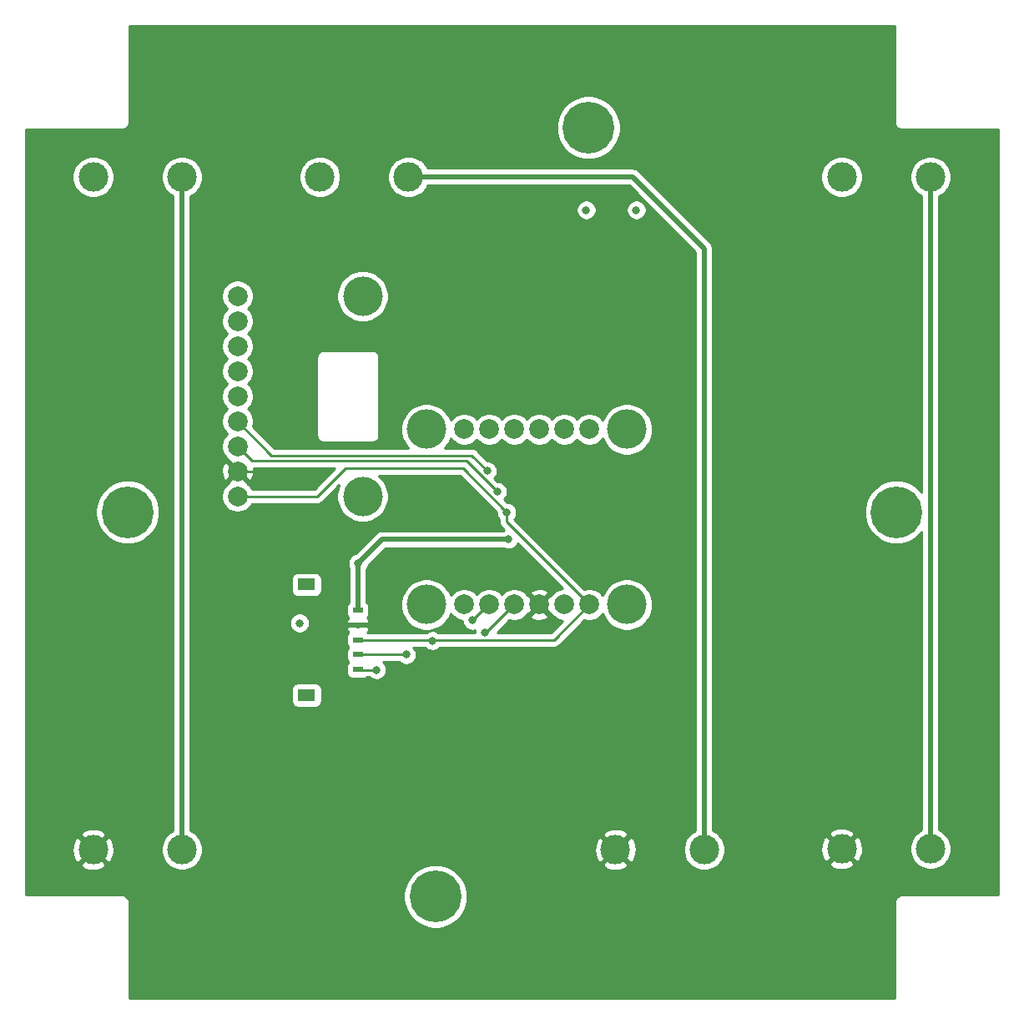
<source format=gbr>
%TF.GenerationSoftware,KiCad,Pcbnew,(5.1.10)-1*%
%TF.CreationDate,2022-06-07T20:21:30-07:00*%
%TF.ProjectId,solar-panel-side-Z,736f6c61-722d-4706-916e-656c2d736964,1.1*%
%TF.SameCoordinates,Original*%
%TF.FileFunction,Copper,L4,Bot*%
%TF.FilePolarity,Positive*%
%FSLAX46Y46*%
G04 Gerber Fmt 4.6, Leading zero omitted, Abs format (unit mm)*
G04 Created by KiCad (PCBNEW (5.1.10)-1) date 2022-06-07 20:21:30*
%MOMM*%
%LPD*%
G01*
G04 APERTURE LIST*
%TA.AperFunction,ComponentPad*%
%ADD10C,5.250000*%
%TD*%
%TA.AperFunction,SMDPad,CuDef*%
%ADD11C,2.000000*%
%TD*%
%TA.AperFunction,SMDPad,CuDef*%
%ADD12C,4.000000*%
%TD*%
%TA.AperFunction,SMDPad,CuDef*%
%ADD13R,1.800000X1.250000*%
%TD*%
%TA.AperFunction,SMDPad,CuDef*%
%ADD14R,1.000000X0.600000*%
%TD*%
%TA.AperFunction,ComponentPad*%
%ADD15C,3.000000*%
%TD*%
%TA.AperFunction,ViaPad*%
%ADD16C,0.800000*%
%TD*%
%TA.AperFunction,Conductor*%
%ADD17C,0.250000*%
%TD*%
%TA.AperFunction,Conductor*%
%ADD18C,0.500000*%
%TD*%
%TA.AperFunction,Conductor*%
%ADD19C,0.254000*%
%TD*%
%TA.AperFunction,Conductor*%
%ADD20C,0.100000*%
%TD*%
G04 APERTURE END LIST*
D10*
%TO.P,J5,1*%
%TO.N,Net-(J5-Pad1)*%
X188500000Y-85000000D03*
%TD*%
%TO.P,J4,1*%
%TO.N,Net-(J4-Pad1)*%
X157250000Y-46000000D03*
%TD*%
%TO.P,J3,1*%
%TO.N,Net-(J3-Pad1)*%
X141750000Y-124000000D03*
%TD*%
%TO.P,J2,1*%
%TO.N,Net-(J2-Pad1)*%
X110500000Y-85000000D03*
%TD*%
D11*
%TO.P,U4,11*%
%TO.N,Net-(U4-Pad11)*%
X147190000Y-76610000D03*
%TO.P,U4,12*%
%TO.N,Net-(U4-Pad12)*%
X144650000Y-76610000D03*
D12*
%TO.P,U4,16*%
%TO.N,Net-(U4-Pad16)*%
X140840000Y-76610000D03*
D11*
%TO.P,U4,7*%
%TO.N,Net-(U4-Pad7)*%
X157350000Y-76610000D03*
D12*
%TO.P,U4,15*%
%TO.N,Net-(U4-Pad15)*%
X161160000Y-76610000D03*
D11*
%TO.P,U4,8*%
%TO.N,Net-(U4-Pad8)*%
X154810000Y-76610000D03*
%TO.P,U4,9*%
%TO.N,Net-(U4-Pad9)*%
X152270000Y-76610000D03*
%TO.P,U4,10*%
%TO.N,Net-(U4-Pad10)*%
X149730000Y-76610000D03*
D12*
%TO.P,U4,13*%
%TO.N,Net-(U4-Pad13)*%
X161160000Y-94390000D03*
D11*
%TO.P,U4,2*%
%TO.N,Net-(U4-Pad2)*%
X154810000Y-94390000D03*
%TO.P,U4,3*%
%TO.N,GND*%
X152270000Y-94390000D03*
%TO.P,U4,1*%
%TO.N,+3V3*%
X157350000Y-94390000D03*
%TO.P,U4,6*%
%TO.N,Net-(U4-Pad6)*%
X144650000Y-94390000D03*
%TO.P,U4,5*%
%TO.N,SDA*%
X147190000Y-94390000D03*
%TO.P,U4,4*%
%TO.N,SCL*%
X149730000Y-94390000D03*
D12*
%TO.P,U4,14*%
%TO.N,Net-(U4-Pad14)*%
X140840000Y-94390000D03*
%TD*%
D13*
%TO.P,J1,7*%
%TO.N,Net-(J1-Pad7)*%
X128668000Y-92360001D03*
%TO.P,J1,6*%
%TO.N,Net-(J1-Pad6)*%
X128668000Y-103569999D03*
D14*
%TO.P,J1,5*%
%TO.N,VSOLAR*%
X133858000Y-94964999D03*
%TO.P,J1,4*%
%TO.N,GND*%
X133858000Y-96464999D03*
%TO.P,J1,3*%
%TO.N,+3V3*%
X133858000Y-97965001D03*
%TO.P,J1,2*%
%TO.N,SCL*%
X133858000Y-99465000D03*
%TO.P,J1,1*%
%TO.N,SDA*%
X133858000Y-100965000D03*
%TD*%
D11*
%TO.P,U5,4*%
%TO.N,SDA*%
X121650000Y-75790000D03*
%TO.P,U5,5*%
%TO.N,Net-(U5-Pad5)*%
X121650000Y-73250000D03*
%TO.P,U5,6*%
%TO.N,Net-(U5-Pad6)*%
X121650000Y-70710000D03*
%TO.P,U5,1*%
%TO.N,+3V3*%
X121650000Y-83410000D03*
%TO.P,U5,3*%
%TO.N,SCL*%
X121650000Y-78330000D03*
%TO.P,U5,2*%
%TO.N,GND*%
X121650000Y-80870000D03*
D12*
%TO.P,U5,11*%
%TO.N,Net-(U5-Pad11)*%
X134350000Y-63090000D03*
%TO.P,U5,10*%
%TO.N,Net-(U5-Pad10)*%
X134350000Y-83410000D03*
D11*
%TO.P,U5,8*%
%TO.N,Net-(U5-Pad8)*%
X121650000Y-65630000D03*
%TO.P,U5,7*%
%TO.N,Net-(U5-Pad7)*%
X121650000Y-68170000D03*
%TO.P,U5,9*%
%TO.N,Net-(U5-Pad9)*%
X121650000Y-63090000D03*
%TD*%
D15*
%TO.P,SC5,2*%
%TO.N,Net-(SC5-Pad2)*%
X191952000Y-51008000D03*
%TO.P,SC5,1*%
%TO.N,Net-(D3-Pad2)*%
X182952000Y-51008000D03*
%TD*%
%TO.P,SC4,1*%
%TO.N,Net-(SC3-Pad2)*%
X169000000Y-119250000D03*
%TO.P,SC4,2*%
%TO.N,GND*%
X160000000Y-119250000D03*
%TD*%
%TO.P,SC6,1*%
%TO.N,Net-(SC5-Pad2)*%
X191952000Y-119172000D03*
%TO.P,SC6,2*%
%TO.N,GND*%
X182952000Y-119172000D03*
%TD*%
%TO.P,SC3,1*%
%TO.N,Net-(D2-Pad2)*%
X130000000Y-51000000D03*
%TO.P,SC3,2*%
%TO.N,Net-(SC3-Pad2)*%
X139000000Y-51000000D03*
%TD*%
%TO.P,SC2,2*%
%TO.N,GND*%
X107006000Y-119250000D03*
%TO.P,SC2,1*%
%TO.N,Net-(SC1-Pad2)*%
X116006000Y-119250000D03*
%TD*%
%TO.P,SC1,2*%
%TO.N,Net-(SC1-Pad2)*%
X116006000Y-51008000D03*
%TO.P,SC1,1*%
%TO.N,Net-(D1-Pad2)*%
X107006000Y-51008000D03*
%TD*%
D16*
%TO.N,GND*%
X157110000Y-69390000D03*
X153750000Y-80500000D03*
X138000000Y-101750000D03*
X130750000Y-88750000D03*
%TO.N,+3V3*%
X141425001Y-98054501D03*
X148971000Y-85026500D03*
%TO.N,VSOLAR*%
X149161500Y-87757000D03*
X133889750Y-90201750D03*
%TO.N,SDA*%
X145500000Y-96000000D03*
X135750000Y-101000000D03*
X147002500Y-80835500D03*
%TO.N,SCL*%
X146750000Y-97250000D03*
X138771500Y-99465000D03*
X148000000Y-82931000D03*
%TO.N,Net-(U2-Pad6)*%
X162110000Y-54352000D03*
X157030000Y-54352000D03*
X127952500Y-96266000D03*
%TD*%
D17*
%TO.N,GND*%
X121650000Y-80870000D02*
X129120000Y-80870000D01*
X129120000Y-80870000D02*
X129120000Y-80870000D01*
%TO.N,+3V3*%
X157350000Y-94390000D02*
X157350000Y-94993000D01*
X133868000Y-97975001D02*
X133858000Y-97965001D01*
X153764999Y-97975001D02*
X133868000Y-97975001D01*
X157350000Y-94390000D02*
X153764999Y-97975001D01*
X132588000Y-80581500D02*
X142748000Y-80581500D01*
X129759500Y-83410000D02*
X132588000Y-80581500D01*
X121650000Y-83410000D02*
X129759500Y-83410000D01*
X142748000Y-80581500D02*
X144526000Y-80581500D01*
X144526000Y-80581500D02*
X148971000Y-85026500D01*
X148971000Y-85026500D02*
X149034500Y-85090000D01*
X148971000Y-86011000D02*
X157350000Y-94390000D01*
X148971000Y-85026500D02*
X148971000Y-86011000D01*
D18*
%TO.N,VSOLAR*%
X149161500Y-87757000D02*
X136334500Y-87757000D01*
X133858000Y-90233500D02*
X133858000Y-94964999D01*
X136334500Y-87757000D02*
X133889750Y-90201750D01*
X133889750Y-90201750D02*
X133858000Y-90233500D01*
%TO.N,Net-(SC1-Pad2)*%
X116006000Y-51008000D02*
X116006000Y-119426000D01*
%TO.N,Net-(SC3-Pad2)*%
X139000000Y-51000000D02*
X161750000Y-51000000D01*
X169000000Y-58250000D02*
X169000000Y-119250000D01*
X161750000Y-51000000D02*
X169000000Y-58250000D01*
D17*
%TO.N,SDA*%
X147110000Y-94390000D02*
X145500000Y-96000000D01*
X147190000Y-94390000D02*
X147110000Y-94390000D01*
X133893000Y-101000000D02*
X133858000Y-100965000D01*
X135750000Y-101000000D02*
X133893000Y-101000000D01*
X145417000Y-79250000D02*
X147002500Y-80835500D01*
X125110000Y-79250000D02*
X145417000Y-79250000D01*
X121650000Y-75790000D02*
X125110000Y-79250000D01*
%TO.N,SCL*%
X146870000Y-97250000D02*
X146750000Y-97250000D01*
X149730000Y-94390000D02*
X146870000Y-97250000D01*
X133858000Y-99465000D02*
X138771500Y-99465000D01*
X138771500Y-99465000D02*
X138771500Y-99465000D01*
X144892002Y-79823002D02*
X148000000Y-82931000D01*
X123143002Y-79823002D02*
X144892002Y-79823002D01*
X121650000Y-78330000D02*
X123143002Y-79823002D01*
D18*
%TO.N,Net-(SC5-Pad2)*%
X191952000Y-51008000D02*
X191952000Y-119172000D01*
%TD*%
D19*
%TO.N,GND*%
X188340001Y-45467571D02*
X188336807Y-45500000D01*
X188349550Y-45629383D01*
X188387290Y-45753793D01*
X188448575Y-45868450D01*
X188531052Y-45968948D01*
X188631550Y-46051425D01*
X188746207Y-46112710D01*
X188870617Y-46150450D01*
X188967581Y-46160000D01*
X189000000Y-46163193D01*
X189032419Y-46160000D01*
X198840000Y-46160000D01*
X198840001Y-123840000D01*
X189032419Y-123840000D01*
X189000000Y-123836807D01*
X188967581Y-123840000D01*
X188870617Y-123849550D01*
X188746207Y-123887290D01*
X188631550Y-123948575D01*
X188531052Y-124031052D01*
X188448575Y-124131550D01*
X188387290Y-124246207D01*
X188349550Y-124370617D01*
X188336807Y-124500000D01*
X188340000Y-124532418D01*
X188340001Y-134340000D01*
X110660000Y-134340000D01*
X110660000Y-124532418D01*
X110663193Y-124500000D01*
X110650450Y-124370617D01*
X110612710Y-124246207D01*
X110551425Y-124131550D01*
X110468948Y-124031052D01*
X110368450Y-123948575D01*
X110253793Y-123887290D01*
X110129383Y-123849550D01*
X110032419Y-123840000D01*
X110000000Y-123836807D01*
X109967581Y-123840000D01*
X100160000Y-123840000D01*
X100160000Y-123678918D01*
X138490000Y-123678918D01*
X138490000Y-124321082D01*
X138615280Y-124950907D01*
X138861025Y-125544189D01*
X139217792Y-126078129D01*
X139671871Y-126532208D01*
X140205811Y-126888975D01*
X140799093Y-127134720D01*
X141428918Y-127260000D01*
X142071082Y-127260000D01*
X142700907Y-127134720D01*
X143294189Y-126888975D01*
X143828129Y-126532208D01*
X144282208Y-126078129D01*
X144638975Y-125544189D01*
X144884720Y-124950907D01*
X145010000Y-124321082D01*
X145010000Y-123678918D01*
X144884720Y-123049093D01*
X144638975Y-122455811D01*
X144282208Y-121921871D01*
X143828129Y-121467792D01*
X143294189Y-121111025D01*
X142700907Y-120865280D01*
X142079393Y-120741653D01*
X158687952Y-120741653D01*
X158843962Y-121057214D01*
X159218745Y-121248020D01*
X159623551Y-121362044D01*
X160042824Y-121394902D01*
X160460451Y-121345334D01*
X160860383Y-121215243D01*
X161156038Y-121057214D01*
X161312048Y-120741653D01*
X160000000Y-119429605D01*
X158687952Y-120741653D01*
X142079393Y-120741653D01*
X142071082Y-120740000D01*
X141428918Y-120740000D01*
X140799093Y-120865280D01*
X140205811Y-121111025D01*
X139671871Y-121467792D01*
X139217792Y-121921871D01*
X138861025Y-122455811D01*
X138615280Y-123049093D01*
X138490000Y-123678918D01*
X100160000Y-123678918D01*
X100160000Y-120741653D01*
X105693952Y-120741653D01*
X105849962Y-121057214D01*
X106224745Y-121248020D01*
X106629551Y-121362044D01*
X107048824Y-121394902D01*
X107466451Y-121345334D01*
X107866383Y-121215243D01*
X108162038Y-121057214D01*
X108318048Y-120741653D01*
X107006000Y-119429605D01*
X105693952Y-120741653D01*
X100160000Y-120741653D01*
X100160000Y-119292824D01*
X104861098Y-119292824D01*
X104910666Y-119710451D01*
X105040757Y-120110383D01*
X105198786Y-120406038D01*
X105514347Y-120562048D01*
X106826395Y-119250000D01*
X107185605Y-119250000D01*
X108497653Y-120562048D01*
X108813214Y-120406038D01*
X109004020Y-120031255D01*
X109118044Y-119626449D01*
X109150902Y-119207176D01*
X109101334Y-118789549D01*
X108971243Y-118389617D01*
X108813214Y-118093962D01*
X108497653Y-117937952D01*
X107185605Y-119250000D01*
X106826395Y-119250000D01*
X105514347Y-117937952D01*
X105198786Y-118093962D01*
X105007980Y-118468745D01*
X104893956Y-118873551D01*
X104861098Y-119292824D01*
X100160000Y-119292824D01*
X100160000Y-117758347D01*
X105693952Y-117758347D01*
X107006000Y-119070395D01*
X108318048Y-117758347D01*
X108162038Y-117442786D01*
X107787255Y-117251980D01*
X107382449Y-117137956D01*
X106963176Y-117105098D01*
X106545549Y-117154666D01*
X106145617Y-117284757D01*
X105849962Y-117442786D01*
X105693952Y-117758347D01*
X100160000Y-117758347D01*
X100160000Y-84678918D01*
X107240000Y-84678918D01*
X107240000Y-85321082D01*
X107365280Y-85950907D01*
X107611025Y-86544189D01*
X107967792Y-87078129D01*
X108421871Y-87532208D01*
X108955811Y-87888975D01*
X109549093Y-88134720D01*
X110178918Y-88260000D01*
X110821082Y-88260000D01*
X111450907Y-88134720D01*
X112044189Y-87888975D01*
X112578129Y-87532208D01*
X113032208Y-87078129D01*
X113388975Y-86544189D01*
X113634720Y-85950907D01*
X113760000Y-85321082D01*
X113760000Y-84678918D01*
X113634720Y-84049093D01*
X113388975Y-83455811D01*
X113032208Y-82921871D01*
X112578129Y-82467792D01*
X112044189Y-82111025D01*
X111450907Y-81865280D01*
X110821082Y-81740000D01*
X110178918Y-81740000D01*
X109549093Y-81865280D01*
X108955811Y-82111025D01*
X108421871Y-82467792D01*
X107967792Y-82921871D01*
X107611025Y-83455811D01*
X107365280Y-84049093D01*
X107240000Y-84678918D01*
X100160000Y-84678918D01*
X100160000Y-50797721D01*
X104871000Y-50797721D01*
X104871000Y-51218279D01*
X104953047Y-51630756D01*
X105113988Y-52019302D01*
X105347637Y-52368983D01*
X105645017Y-52666363D01*
X105994698Y-52900012D01*
X106383244Y-53060953D01*
X106795721Y-53143000D01*
X107216279Y-53143000D01*
X107628756Y-53060953D01*
X108017302Y-52900012D01*
X108366983Y-52666363D01*
X108664363Y-52368983D01*
X108898012Y-52019302D01*
X109058953Y-51630756D01*
X109141000Y-51218279D01*
X109141000Y-50797721D01*
X113871000Y-50797721D01*
X113871000Y-51218279D01*
X113953047Y-51630756D01*
X114113988Y-52019302D01*
X114347637Y-52368983D01*
X114645017Y-52666363D01*
X114994698Y-52900012D01*
X115121000Y-52952328D01*
X115121001Y-117305672D01*
X114994698Y-117357988D01*
X114645017Y-117591637D01*
X114347637Y-117889017D01*
X114113988Y-118238698D01*
X113953047Y-118627244D01*
X113871000Y-119039721D01*
X113871000Y-119460279D01*
X113953047Y-119872756D01*
X114113988Y-120261302D01*
X114347637Y-120610983D01*
X114645017Y-120908363D01*
X114994698Y-121142012D01*
X115383244Y-121302953D01*
X115795721Y-121385000D01*
X116216279Y-121385000D01*
X116628756Y-121302953D01*
X117017302Y-121142012D01*
X117366983Y-120908363D01*
X117664363Y-120610983D01*
X117898012Y-120261302D01*
X118058953Y-119872756D01*
X118141000Y-119460279D01*
X118141000Y-119292824D01*
X157855098Y-119292824D01*
X157904666Y-119710451D01*
X158034757Y-120110383D01*
X158192786Y-120406038D01*
X158508347Y-120562048D01*
X159820395Y-119250000D01*
X160179605Y-119250000D01*
X161491653Y-120562048D01*
X161807214Y-120406038D01*
X161998020Y-120031255D01*
X162112044Y-119626449D01*
X162144902Y-119207176D01*
X162095334Y-118789549D01*
X161965243Y-118389617D01*
X161807214Y-118093962D01*
X161491653Y-117937952D01*
X160179605Y-119250000D01*
X159820395Y-119250000D01*
X158508347Y-117937952D01*
X158192786Y-118093962D01*
X158001980Y-118468745D01*
X157887956Y-118873551D01*
X157855098Y-119292824D01*
X118141000Y-119292824D01*
X118141000Y-119039721D01*
X118058953Y-118627244D01*
X117898012Y-118238698D01*
X117664363Y-117889017D01*
X117533693Y-117758347D01*
X158687952Y-117758347D01*
X160000000Y-119070395D01*
X161312048Y-117758347D01*
X161156038Y-117442786D01*
X160781255Y-117251980D01*
X160376449Y-117137956D01*
X159957176Y-117105098D01*
X159539549Y-117154666D01*
X159139617Y-117284757D01*
X158843962Y-117442786D01*
X158687952Y-117758347D01*
X117533693Y-117758347D01*
X117366983Y-117591637D01*
X117017302Y-117357988D01*
X116891000Y-117305672D01*
X116891000Y-102944999D01*
X127129928Y-102944999D01*
X127129928Y-104194999D01*
X127142188Y-104319481D01*
X127178498Y-104439179D01*
X127237463Y-104549493D01*
X127316815Y-104646184D01*
X127413506Y-104725536D01*
X127523820Y-104784501D01*
X127643518Y-104820811D01*
X127768000Y-104833071D01*
X129568000Y-104833071D01*
X129692482Y-104820811D01*
X129812180Y-104784501D01*
X129922494Y-104725536D01*
X130019185Y-104646184D01*
X130098537Y-104549493D01*
X130157502Y-104439179D01*
X130193812Y-104319481D01*
X130206072Y-104194999D01*
X130206072Y-102944999D01*
X130193812Y-102820517D01*
X130157502Y-102700819D01*
X130098537Y-102590505D01*
X130019185Y-102493814D01*
X129922494Y-102414462D01*
X129812180Y-102355497D01*
X129692482Y-102319187D01*
X129568000Y-102306927D01*
X127768000Y-102306927D01*
X127643518Y-102319187D01*
X127523820Y-102355497D01*
X127413506Y-102414462D01*
X127316815Y-102493814D01*
X127237463Y-102590505D01*
X127178498Y-102700819D01*
X127142188Y-102820517D01*
X127129928Y-102944999D01*
X116891000Y-102944999D01*
X116891000Y-96164061D01*
X126917500Y-96164061D01*
X126917500Y-96367939D01*
X126957274Y-96567898D01*
X127035295Y-96756256D01*
X127148563Y-96925774D01*
X127292726Y-97069937D01*
X127462244Y-97183205D01*
X127650602Y-97261226D01*
X127850561Y-97301000D01*
X128054439Y-97301000D01*
X128254398Y-97261226D01*
X128442756Y-97183205D01*
X128612274Y-97069937D01*
X128756437Y-96925774D01*
X128869705Y-96756256D01*
X128947726Y-96567898D01*
X128987500Y-96367939D01*
X128987500Y-96164061D01*
X128947726Y-95964102D01*
X128869705Y-95775744D01*
X128756437Y-95606226D01*
X128612274Y-95462063D01*
X128442756Y-95348795D01*
X128254398Y-95270774D01*
X128054439Y-95231000D01*
X127850561Y-95231000D01*
X127650602Y-95270774D01*
X127462244Y-95348795D01*
X127292726Y-95462063D01*
X127148563Y-95606226D01*
X127035295Y-95775744D01*
X126957274Y-95964102D01*
X126917500Y-96164061D01*
X116891000Y-96164061D01*
X116891000Y-91735001D01*
X127129928Y-91735001D01*
X127129928Y-92985001D01*
X127142188Y-93109483D01*
X127178498Y-93229181D01*
X127237463Y-93339495D01*
X127316815Y-93436186D01*
X127413506Y-93515538D01*
X127523820Y-93574503D01*
X127643518Y-93610813D01*
X127768000Y-93623073D01*
X129568000Y-93623073D01*
X129692482Y-93610813D01*
X129812180Y-93574503D01*
X129922494Y-93515538D01*
X130019185Y-93436186D01*
X130098537Y-93339495D01*
X130157502Y-93229181D01*
X130193812Y-93109483D01*
X130206072Y-92985001D01*
X130206072Y-91735001D01*
X130193812Y-91610519D01*
X130157502Y-91490821D01*
X130098537Y-91380507D01*
X130019185Y-91283816D01*
X129922494Y-91204464D01*
X129812180Y-91145499D01*
X129692482Y-91109189D01*
X129568000Y-91096929D01*
X127768000Y-91096929D01*
X127643518Y-91109189D01*
X127523820Y-91145499D01*
X127413506Y-91204464D01*
X127316815Y-91283816D01*
X127237463Y-91380507D01*
X127178498Y-91490821D01*
X127142188Y-91610519D01*
X127129928Y-91735001D01*
X116891000Y-91735001D01*
X116891000Y-80932595D01*
X120008282Y-80932595D01*
X120052039Y-81251675D01*
X120157205Y-81556088D01*
X120250186Y-81730044D01*
X120514587Y-81825808D01*
X121470395Y-80870000D01*
X120514587Y-79914192D01*
X120250186Y-80009956D01*
X120109296Y-80299571D01*
X120027616Y-80611108D01*
X120008282Y-80932595D01*
X116891000Y-80932595D01*
X116891000Y-62928967D01*
X120015000Y-62928967D01*
X120015000Y-63251033D01*
X120077832Y-63566912D01*
X120201082Y-63864463D01*
X120380013Y-64132252D01*
X120607748Y-64359987D01*
X120607767Y-64360000D01*
X120607748Y-64360013D01*
X120380013Y-64587748D01*
X120201082Y-64855537D01*
X120077832Y-65153088D01*
X120015000Y-65468967D01*
X120015000Y-65791033D01*
X120077832Y-66106912D01*
X120201082Y-66404463D01*
X120380013Y-66672252D01*
X120607748Y-66899987D01*
X120607767Y-66900000D01*
X120607748Y-66900013D01*
X120380013Y-67127748D01*
X120201082Y-67395537D01*
X120077832Y-67693088D01*
X120015000Y-68008967D01*
X120015000Y-68331033D01*
X120077832Y-68646912D01*
X120201082Y-68944463D01*
X120380013Y-69212252D01*
X120607748Y-69439987D01*
X120607767Y-69440000D01*
X120607748Y-69440013D01*
X120380013Y-69667748D01*
X120201082Y-69935537D01*
X120077832Y-70233088D01*
X120015000Y-70548967D01*
X120015000Y-70871033D01*
X120077832Y-71186912D01*
X120201082Y-71484463D01*
X120380013Y-71752252D01*
X120607748Y-71979987D01*
X120607767Y-71980000D01*
X120607748Y-71980013D01*
X120380013Y-72207748D01*
X120201082Y-72475537D01*
X120077832Y-72773088D01*
X120015000Y-73088967D01*
X120015000Y-73411033D01*
X120077832Y-73726912D01*
X120201082Y-74024463D01*
X120380013Y-74292252D01*
X120607748Y-74519987D01*
X120607767Y-74520000D01*
X120607748Y-74520013D01*
X120380013Y-74747748D01*
X120201082Y-75015537D01*
X120077832Y-75313088D01*
X120015000Y-75628967D01*
X120015000Y-75951033D01*
X120077832Y-76266912D01*
X120201082Y-76564463D01*
X120380013Y-76832252D01*
X120607748Y-77059987D01*
X120607767Y-77060000D01*
X120607748Y-77060013D01*
X120380013Y-77287748D01*
X120201082Y-77555537D01*
X120077832Y-77853088D01*
X120015000Y-78168967D01*
X120015000Y-78491033D01*
X120077832Y-78806912D01*
X120201082Y-79104463D01*
X120380013Y-79372252D01*
X120607748Y-79599987D01*
X120716600Y-79672720D01*
X120694192Y-79734587D01*
X121650000Y-80690395D01*
X121664143Y-80676253D01*
X121843748Y-80855858D01*
X121829605Y-80870000D01*
X122785413Y-81825808D01*
X123049814Y-81730044D01*
X123190704Y-81440429D01*
X123272384Y-81128892D01*
X123291718Y-80807405D01*
X123260945Y-80583002D01*
X131511696Y-80583002D01*
X129444699Y-82650000D01*
X123104909Y-82650000D01*
X123098918Y-82635537D01*
X122919987Y-82367748D01*
X122692252Y-82140013D01*
X122583400Y-82067280D01*
X122605808Y-82005413D01*
X121650000Y-81049605D01*
X120694192Y-82005413D01*
X120716600Y-82067280D01*
X120607748Y-82140013D01*
X120380013Y-82367748D01*
X120201082Y-82635537D01*
X120077832Y-82933088D01*
X120015000Y-83248967D01*
X120015000Y-83571033D01*
X120077832Y-83886912D01*
X120201082Y-84184463D01*
X120380013Y-84452252D01*
X120607748Y-84679987D01*
X120875537Y-84858918D01*
X121173088Y-84982168D01*
X121488967Y-85045000D01*
X121811033Y-85045000D01*
X122126912Y-84982168D01*
X122424463Y-84858918D01*
X122692252Y-84679987D01*
X122919987Y-84452252D01*
X123098918Y-84184463D01*
X123104909Y-84170000D01*
X129722178Y-84170000D01*
X129759500Y-84173676D01*
X129796822Y-84170000D01*
X129796833Y-84170000D01*
X129908486Y-84159003D01*
X130051747Y-84115546D01*
X130183776Y-84044974D01*
X130299501Y-83950001D01*
X130323304Y-83920997D01*
X131967128Y-82277173D01*
X131816261Y-82641399D01*
X131715000Y-83150475D01*
X131715000Y-83669525D01*
X131816261Y-84178601D01*
X132014893Y-84658141D01*
X132303262Y-85089715D01*
X132670285Y-85456738D01*
X133101859Y-85745107D01*
X133581399Y-85943739D01*
X134090475Y-86045000D01*
X134609525Y-86045000D01*
X135118601Y-85943739D01*
X135598141Y-85745107D01*
X136029715Y-85456738D01*
X136396738Y-85089715D01*
X136685107Y-84658141D01*
X136883739Y-84178601D01*
X136985000Y-83669525D01*
X136985000Y-83150475D01*
X136883739Y-82641399D01*
X136685107Y-82161859D01*
X136396738Y-81730285D01*
X136029715Y-81363262D01*
X135997146Y-81341500D01*
X144211199Y-81341500D01*
X147936000Y-85066302D01*
X147936000Y-85128439D01*
X147975774Y-85328398D01*
X148053795Y-85516756D01*
X148167063Y-85686274D01*
X148211001Y-85730212D01*
X148211001Y-85973668D01*
X148207324Y-86011000D01*
X148221998Y-86159985D01*
X148265454Y-86303246D01*
X148336026Y-86435276D01*
X148407201Y-86522002D01*
X148431000Y-86551001D01*
X148459998Y-86574799D01*
X148709251Y-86824052D01*
X148671244Y-86839795D01*
X148623046Y-86872000D01*
X136377969Y-86872000D01*
X136334500Y-86867719D01*
X136291031Y-86872000D01*
X136291023Y-86872000D01*
X136161010Y-86884805D01*
X135994186Y-86935411D01*
X135840441Y-87017589D01*
X135739453Y-87100468D01*
X135739451Y-87100470D01*
X135705683Y-87128183D01*
X135677970Y-87161951D01*
X133644707Y-89195215D01*
X133587852Y-89206524D01*
X133399494Y-89284545D01*
X133229976Y-89397813D01*
X133085813Y-89541976D01*
X132972545Y-89711494D01*
X132894524Y-89899852D01*
X132854750Y-90099811D01*
X132854750Y-90303689D01*
X132894524Y-90503648D01*
X132972545Y-90692006D01*
X132973000Y-90692687D01*
X132973001Y-94159497D01*
X132906815Y-94213814D01*
X132827463Y-94310505D01*
X132768498Y-94420819D01*
X132732188Y-94540517D01*
X132719928Y-94664999D01*
X132719928Y-95264999D01*
X132732188Y-95389481D01*
X132768498Y-95509179D01*
X132827463Y-95619493D01*
X132905842Y-95714999D01*
X132827463Y-95810505D01*
X132768498Y-95920819D01*
X132732188Y-96040517D01*
X132719928Y-96164999D01*
X132723000Y-96179249D01*
X132881750Y-96337999D01*
X133731000Y-96337999D01*
X133731000Y-96317999D01*
X133985000Y-96317999D01*
X133985000Y-96337999D01*
X134834250Y-96337999D01*
X134993000Y-96179249D01*
X134996072Y-96164999D01*
X134983812Y-96040517D01*
X134947502Y-95920819D01*
X134888537Y-95810505D01*
X134810158Y-95714999D01*
X134888537Y-95619493D01*
X134947502Y-95509179D01*
X134983812Y-95389481D01*
X134996072Y-95264999D01*
X134996072Y-94664999D01*
X134983812Y-94540517D01*
X134947502Y-94420819D01*
X134888537Y-94310505D01*
X134809185Y-94213814D01*
X134743000Y-94159498D01*
X134743000Y-90787722D01*
X134806955Y-90692006D01*
X134884976Y-90503648D01*
X134896285Y-90446793D01*
X136701079Y-88642000D01*
X148623046Y-88642000D01*
X148671244Y-88674205D01*
X148859602Y-88752226D01*
X149059561Y-88792000D01*
X149263439Y-88792000D01*
X149463398Y-88752226D01*
X149651756Y-88674205D01*
X149821274Y-88560937D01*
X149965437Y-88416774D01*
X150078705Y-88247256D01*
X150094448Y-88209249D01*
X154641652Y-92756455D01*
X154333088Y-92817832D01*
X154035537Y-92941082D01*
X153767748Y-93120013D01*
X153540013Y-93347748D01*
X153467280Y-93456600D01*
X153405413Y-93434192D01*
X152449605Y-94390000D01*
X153405413Y-95345808D01*
X153467280Y-95323400D01*
X153540013Y-95432252D01*
X153767748Y-95659987D01*
X154035537Y-95838918D01*
X154333088Y-95962168D01*
X154641653Y-96023545D01*
X153450198Y-97215001D01*
X147979800Y-97215001D01*
X149238625Y-95956177D01*
X149253088Y-95962168D01*
X149568967Y-96025000D01*
X149891033Y-96025000D01*
X150206912Y-95962168D01*
X150504463Y-95838918D01*
X150772252Y-95659987D01*
X150906826Y-95525413D01*
X151314192Y-95525413D01*
X151409956Y-95789814D01*
X151699571Y-95930704D01*
X152011108Y-96012384D01*
X152332595Y-96031718D01*
X152651675Y-95987961D01*
X152956088Y-95882795D01*
X153130044Y-95789814D01*
X153225808Y-95525413D01*
X152270000Y-94569605D01*
X151314192Y-95525413D01*
X150906826Y-95525413D01*
X150999987Y-95432252D01*
X151072720Y-95323400D01*
X151134587Y-95345808D01*
X152090395Y-94390000D01*
X151134587Y-93434192D01*
X151072720Y-93456600D01*
X150999987Y-93347748D01*
X150906826Y-93254587D01*
X151314192Y-93254587D01*
X152270000Y-94210395D01*
X153225808Y-93254587D01*
X153130044Y-92990186D01*
X152840429Y-92849296D01*
X152528892Y-92767616D01*
X152207405Y-92748282D01*
X151888325Y-92792039D01*
X151583912Y-92897205D01*
X151409956Y-92990186D01*
X151314192Y-93254587D01*
X150906826Y-93254587D01*
X150772252Y-93120013D01*
X150504463Y-92941082D01*
X150206912Y-92817832D01*
X149891033Y-92755000D01*
X149568967Y-92755000D01*
X149253088Y-92817832D01*
X148955537Y-92941082D01*
X148687748Y-93120013D01*
X148460013Y-93347748D01*
X148460000Y-93347767D01*
X148459987Y-93347748D01*
X148232252Y-93120013D01*
X147964463Y-92941082D01*
X147666912Y-92817832D01*
X147351033Y-92755000D01*
X147028967Y-92755000D01*
X146713088Y-92817832D01*
X146415537Y-92941082D01*
X146147748Y-93120013D01*
X145920013Y-93347748D01*
X145920000Y-93347767D01*
X145919987Y-93347748D01*
X145692252Y-93120013D01*
X145424463Y-92941082D01*
X145126912Y-92817832D01*
X144811033Y-92755000D01*
X144488967Y-92755000D01*
X144173088Y-92817832D01*
X143875537Y-92941082D01*
X143607748Y-93120013D01*
X143380013Y-93347748D01*
X143306167Y-93458266D01*
X143175107Y-93141859D01*
X142886738Y-92710285D01*
X142519715Y-92343262D01*
X142088141Y-92054893D01*
X141608601Y-91856261D01*
X141099525Y-91755000D01*
X140580475Y-91755000D01*
X140071399Y-91856261D01*
X139591859Y-92054893D01*
X139160285Y-92343262D01*
X138793262Y-92710285D01*
X138504893Y-93141859D01*
X138306261Y-93621399D01*
X138205000Y-94130475D01*
X138205000Y-94649525D01*
X138306261Y-95158601D01*
X138504893Y-95638141D01*
X138793262Y-96069715D01*
X139160285Y-96436738D01*
X139591859Y-96725107D01*
X140071399Y-96923739D01*
X140580475Y-97025000D01*
X141099525Y-97025000D01*
X141608601Y-96923739D01*
X142088141Y-96725107D01*
X142519715Y-96436738D01*
X142886738Y-96069715D01*
X143175107Y-95638141D01*
X143306167Y-95321734D01*
X143380013Y-95432252D01*
X143607748Y-95659987D01*
X143875537Y-95838918D01*
X144173088Y-95962168D01*
X144465000Y-96020233D01*
X144465000Y-96101939D01*
X144504774Y-96301898D01*
X144582795Y-96490256D01*
X144696063Y-96659774D01*
X144840226Y-96803937D01*
X145009744Y-96917205D01*
X145198102Y-96995226D01*
X145398061Y-97035000D01*
X145601939Y-97035000D01*
X145743073Y-97006927D01*
X145715000Y-97148061D01*
X145715000Y-97215001D01*
X142031551Y-97215001D01*
X141915257Y-97137296D01*
X141726899Y-97059275D01*
X141526940Y-97019501D01*
X141323062Y-97019501D01*
X141123103Y-97059275D01*
X140934745Y-97137296D01*
X140818451Y-97215001D01*
X134810158Y-97215001D01*
X134810157Y-97215000D01*
X134888537Y-97119493D01*
X134947502Y-97009179D01*
X134983812Y-96889481D01*
X134996072Y-96764999D01*
X134993000Y-96750749D01*
X134834250Y-96591999D01*
X133985000Y-96591999D01*
X133985000Y-96611999D01*
X133731000Y-96611999D01*
X133731000Y-96591999D01*
X132881750Y-96591999D01*
X132723000Y-96750749D01*
X132719928Y-96764999D01*
X132732188Y-96889481D01*
X132768498Y-97009179D01*
X132827463Y-97119493D01*
X132905843Y-97215000D01*
X132827463Y-97310507D01*
X132768498Y-97420821D01*
X132732188Y-97540519D01*
X132719928Y-97665001D01*
X132719928Y-98265001D01*
X132732188Y-98389483D01*
X132768498Y-98509181D01*
X132827463Y-98619495D01*
X132905842Y-98715001D01*
X132827463Y-98810506D01*
X132768498Y-98920820D01*
X132732188Y-99040518D01*
X132719928Y-99165000D01*
X132719928Y-99765000D01*
X132732188Y-99889482D01*
X132768498Y-100009180D01*
X132827463Y-100119494D01*
X132905842Y-100215000D01*
X132827463Y-100310506D01*
X132768498Y-100420820D01*
X132732188Y-100540518D01*
X132719928Y-100665000D01*
X132719928Y-101265000D01*
X132732188Y-101389482D01*
X132768498Y-101509180D01*
X132827463Y-101619494D01*
X132906815Y-101716185D01*
X133003506Y-101795537D01*
X133113820Y-101854502D01*
X133233518Y-101890812D01*
X133358000Y-101903072D01*
X134358000Y-101903072D01*
X134482482Y-101890812D01*
X134602180Y-101854502D01*
X134712494Y-101795537D01*
X134755796Y-101760000D01*
X135046289Y-101760000D01*
X135090226Y-101803937D01*
X135259744Y-101917205D01*
X135448102Y-101995226D01*
X135648061Y-102035000D01*
X135851939Y-102035000D01*
X136051898Y-101995226D01*
X136240256Y-101917205D01*
X136409774Y-101803937D01*
X136553937Y-101659774D01*
X136667205Y-101490256D01*
X136745226Y-101301898D01*
X136785000Y-101101939D01*
X136785000Y-100898061D01*
X136745226Y-100698102D01*
X136667205Y-100509744D01*
X136553937Y-100340226D01*
X136438711Y-100225000D01*
X138067789Y-100225000D01*
X138111726Y-100268937D01*
X138281244Y-100382205D01*
X138469602Y-100460226D01*
X138669561Y-100500000D01*
X138873439Y-100500000D01*
X139073398Y-100460226D01*
X139261756Y-100382205D01*
X139431274Y-100268937D01*
X139575437Y-100124774D01*
X139688705Y-99955256D01*
X139766726Y-99766898D01*
X139806500Y-99566939D01*
X139806500Y-99363061D01*
X139766726Y-99163102D01*
X139688705Y-98974744D01*
X139575437Y-98805226D01*
X139505212Y-98735001D01*
X140641790Y-98735001D01*
X140765227Y-98858438D01*
X140934745Y-98971706D01*
X141123103Y-99049727D01*
X141323062Y-99089501D01*
X141526940Y-99089501D01*
X141726899Y-99049727D01*
X141915257Y-98971706D01*
X142084775Y-98858438D01*
X142208212Y-98735001D01*
X153727677Y-98735001D01*
X153764999Y-98738677D01*
X153802321Y-98735001D01*
X153802332Y-98735001D01*
X153913985Y-98724004D01*
X154057246Y-98680547D01*
X154189275Y-98609975D01*
X154305000Y-98515002D01*
X154328803Y-98485998D01*
X156858625Y-95956177D01*
X156873088Y-95962168D01*
X157188967Y-96025000D01*
X157511033Y-96025000D01*
X157826912Y-95962168D01*
X158124463Y-95838918D01*
X158392252Y-95659987D01*
X158619987Y-95432252D01*
X158693833Y-95321734D01*
X158824893Y-95638141D01*
X159113262Y-96069715D01*
X159480285Y-96436738D01*
X159911859Y-96725107D01*
X160391399Y-96923739D01*
X160900475Y-97025000D01*
X161419525Y-97025000D01*
X161928601Y-96923739D01*
X162408141Y-96725107D01*
X162839715Y-96436738D01*
X163206738Y-96069715D01*
X163495107Y-95638141D01*
X163693739Y-95158601D01*
X163795000Y-94649525D01*
X163795000Y-94130475D01*
X163693739Y-93621399D01*
X163495107Y-93141859D01*
X163206738Y-92710285D01*
X162839715Y-92343262D01*
X162408141Y-92054893D01*
X161928601Y-91856261D01*
X161419525Y-91755000D01*
X160900475Y-91755000D01*
X160391399Y-91856261D01*
X159911859Y-92054893D01*
X159480285Y-92343262D01*
X159113262Y-92710285D01*
X158824893Y-93141859D01*
X158693833Y-93458266D01*
X158619987Y-93347748D01*
X158392252Y-93120013D01*
X158124463Y-92941082D01*
X157826912Y-92817832D01*
X157511033Y-92755000D01*
X157188967Y-92755000D01*
X156873088Y-92817832D01*
X156858625Y-92823823D01*
X149748006Y-85713205D01*
X149774937Y-85686274D01*
X149888205Y-85516756D01*
X149966226Y-85328398D01*
X150006000Y-85128439D01*
X150006000Y-84924561D01*
X149966226Y-84724602D01*
X149888205Y-84536244D01*
X149774937Y-84366726D01*
X149630774Y-84222563D01*
X149461256Y-84109295D01*
X149272898Y-84031274D01*
X149072939Y-83991500D01*
X149010802Y-83991500D01*
X148707006Y-83687705D01*
X148803937Y-83590774D01*
X148917205Y-83421256D01*
X148995226Y-83232898D01*
X149035000Y-83032939D01*
X149035000Y-82829061D01*
X148995226Y-82629102D01*
X148917205Y-82440744D01*
X148803937Y-82271226D01*
X148659774Y-82127063D01*
X148490256Y-82013795D01*
X148301898Y-81935774D01*
X148101939Y-81896000D01*
X148039802Y-81896000D01*
X147722756Y-81578955D01*
X147806437Y-81495274D01*
X147919705Y-81325756D01*
X147997726Y-81137398D01*
X148037500Y-80937439D01*
X148037500Y-80733561D01*
X147997726Y-80533602D01*
X147919705Y-80345244D01*
X147806437Y-80175726D01*
X147662274Y-80031563D01*
X147492756Y-79918295D01*
X147304398Y-79840274D01*
X147104439Y-79800500D01*
X147042302Y-79800500D01*
X145980804Y-78739003D01*
X145957001Y-78709999D01*
X145841276Y-78615026D01*
X145709247Y-78544454D01*
X145565986Y-78500997D01*
X145454333Y-78490000D01*
X145454322Y-78490000D01*
X145417000Y-78486324D01*
X145379678Y-78490000D01*
X142686453Y-78490000D01*
X142886738Y-78289715D01*
X143175107Y-77858141D01*
X143306167Y-77541734D01*
X143380013Y-77652252D01*
X143607748Y-77879987D01*
X143875537Y-78058918D01*
X144173088Y-78182168D01*
X144488967Y-78245000D01*
X144811033Y-78245000D01*
X145126912Y-78182168D01*
X145424463Y-78058918D01*
X145692252Y-77879987D01*
X145919987Y-77652252D01*
X145920000Y-77652233D01*
X145920013Y-77652252D01*
X146147748Y-77879987D01*
X146415537Y-78058918D01*
X146713088Y-78182168D01*
X147028967Y-78245000D01*
X147351033Y-78245000D01*
X147666912Y-78182168D01*
X147964463Y-78058918D01*
X148232252Y-77879987D01*
X148459987Y-77652252D01*
X148460000Y-77652233D01*
X148460013Y-77652252D01*
X148687748Y-77879987D01*
X148955537Y-78058918D01*
X149253088Y-78182168D01*
X149568967Y-78245000D01*
X149891033Y-78245000D01*
X150206912Y-78182168D01*
X150504463Y-78058918D01*
X150772252Y-77879987D01*
X150999987Y-77652252D01*
X151000000Y-77652233D01*
X151000013Y-77652252D01*
X151227748Y-77879987D01*
X151495537Y-78058918D01*
X151793088Y-78182168D01*
X152108967Y-78245000D01*
X152431033Y-78245000D01*
X152746912Y-78182168D01*
X153044463Y-78058918D01*
X153312252Y-77879987D01*
X153539987Y-77652252D01*
X153540000Y-77652233D01*
X153540013Y-77652252D01*
X153767748Y-77879987D01*
X154035537Y-78058918D01*
X154333088Y-78182168D01*
X154648967Y-78245000D01*
X154971033Y-78245000D01*
X155286912Y-78182168D01*
X155584463Y-78058918D01*
X155852252Y-77879987D01*
X156079987Y-77652252D01*
X156080000Y-77652233D01*
X156080013Y-77652252D01*
X156307748Y-77879987D01*
X156575537Y-78058918D01*
X156873088Y-78182168D01*
X157188967Y-78245000D01*
X157511033Y-78245000D01*
X157826912Y-78182168D01*
X158124463Y-78058918D01*
X158392252Y-77879987D01*
X158619987Y-77652252D01*
X158693833Y-77541734D01*
X158824893Y-77858141D01*
X159113262Y-78289715D01*
X159480285Y-78656738D01*
X159911859Y-78945107D01*
X160391399Y-79143739D01*
X160900475Y-79245000D01*
X161419525Y-79245000D01*
X161928601Y-79143739D01*
X162408141Y-78945107D01*
X162839715Y-78656738D01*
X163206738Y-78289715D01*
X163495107Y-77858141D01*
X163693739Y-77378601D01*
X163795000Y-76869525D01*
X163795000Y-76350475D01*
X163693739Y-75841399D01*
X163495107Y-75361859D01*
X163206738Y-74930285D01*
X162839715Y-74563262D01*
X162408141Y-74274893D01*
X161928601Y-74076261D01*
X161419525Y-73975000D01*
X160900475Y-73975000D01*
X160391399Y-74076261D01*
X159911859Y-74274893D01*
X159480285Y-74563262D01*
X159113262Y-74930285D01*
X158824893Y-75361859D01*
X158693833Y-75678266D01*
X158619987Y-75567748D01*
X158392252Y-75340013D01*
X158124463Y-75161082D01*
X157826912Y-75037832D01*
X157511033Y-74975000D01*
X157188967Y-74975000D01*
X156873088Y-75037832D01*
X156575537Y-75161082D01*
X156307748Y-75340013D01*
X156080013Y-75567748D01*
X156080000Y-75567767D01*
X156079987Y-75567748D01*
X155852252Y-75340013D01*
X155584463Y-75161082D01*
X155286912Y-75037832D01*
X154971033Y-74975000D01*
X154648967Y-74975000D01*
X154333088Y-75037832D01*
X154035537Y-75161082D01*
X153767748Y-75340013D01*
X153540013Y-75567748D01*
X153540000Y-75567767D01*
X153539987Y-75567748D01*
X153312252Y-75340013D01*
X153044463Y-75161082D01*
X152746912Y-75037832D01*
X152431033Y-74975000D01*
X152108967Y-74975000D01*
X151793088Y-75037832D01*
X151495537Y-75161082D01*
X151227748Y-75340013D01*
X151000013Y-75567748D01*
X151000000Y-75567767D01*
X150999987Y-75567748D01*
X150772252Y-75340013D01*
X150504463Y-75161082D01*
X150206912Y-75037832D01*
X149891033Y-74975000D01*
X149568967Y-74975000D01*
X149253088Y-75037832D01*
X148955537Y-75161082D01*
X148687748Y-75340013D01*
X148460013Y-75567748D01*
X148460000Y-75567767D01*
X148459987Y-75567748D01*
X148232252Y-75340013D01*
X147964463Y-75161082D01*
X147666912Y-75037832D01*
X147351033Y-74975000D01*
X147028967Y-74975000D01*
X146713088Y-75037832D01*
X146415537Y-75161082D01*
X146147748Y-75340013D01*
X145920013Y-75567748D01*
X145920000Y-75567767D01*
X145919987Y-75567748D01*
X145692252Y-75340013D01*
X145424463Y-75161082D01*
X145126912Y-75037832D01*
X144811033Y-74975000D01*
X144488967Y-74975000D01*
X144173088Y-75037832D01*
X143875537Y-75161082D01*
X143607748Y-75340013D01*
X143380013Y-75567748D01*
X143306167Y-75678266D01*
X143175107Y-75361859D01*
X142886738Y-74930285D01*
X142519715Y-74563262D01*
X142088141Y-74274893D01*
X141608601Y-74076261D01*
X141099525Y-73975000D01*
X140580475Y-73975000D01*
X140071399Y-74076261D01*
X139591859Y-74274893D01*
X139160285Y-74563262D01*
X138793262Y-74930285D01*
X138504893Y-75361859D01*
X138306261Y-75841399D01*
X138205000Y-76350475D01*
X138205000Y-76869525D01*
X138306261Y-77378601D01*
X138504893Y-77858141D01*
X138793262Y-78289715D01*
X138993547Y-78490000D01*
X125424802Y-78490000D01*
X123216177Y-76281376D01*
X123222168Y-76266912D01*
X123285000Y-75951033D01*
X123285000Y-75628967D01*
X123222168Y-75313088D01*
X123098918Y-75015537D01*
X122919987Y-74747748D01*
X122692252Y-74520013D01*
X122692233Y-74520000D01*
X122692252Y-74519987D01*
X122919987Y-74292252D01*
X123098918Y-74024463D01*
X123222168Y-73726912D01*
X123285000Y-73411033D01*
X123285000Y-73088967D01*
X123222168Y-72773088D01*
X123098918Y-72475537D01*
X122919987Y-72207748D01*
X122692252Y-71980013D01*
X122692233Y-71980000D01*
X122692252Y-71979987D01*
X122919987Y-71752252D01*
X123098918Y-71484463D01*
X123222168Y-71186912D01*
X123285000Y-70871033D01*
X123285000Y-70548967D01*
X123222168Y-70233088D01*
X123098918Y-69935537D01*
X122919987Y-69667748D01*
X122692252Y-69440013D01*
X122692233Y-69440000D01*
X122692252Y-69439987D01*
X122882239Y-69250000D01*
X129686807Y-69250000D01*
X129690001Y-69282429D01*
X129690000Y-77217581D01*
X129686807Y-77250000D01*
X129699550Y-77379383D01*
X129737290Y-77503793D01*
X129798575Y-77618450D01*
X129826316Y-77652252D01*
X129881052Y-77718948D01*
X129981550Y-77801425D01*
X130096207Y-77862710D01*
X130220617Y-77900450D01*
X130350000Y-77913193D01*
X130382419Y-77910000D01*
X135317581Y-77910000D01*
X135350000Y-77913193D01*
X135382419Y-77910000D01*
X135479383Y-77900450D01*
X135603793Y-77862710D01*
X135718450Y-77801425D01*
X135818948Y-77718948D01*
X135901425Y-77618450D01*
X135962710Y-77503793D01*
X136000450Y-77379383D01*
X136013193Y-77250000D01*
X136010000Y-77217581D01*
X136010000Y-69282419D01*
X136013193Y-69250000D01*
X136000450Y-69120617D01*
X135962710Y-68996207D01*
X135901425Y-68881550D01*
X135818948Y-68781052D01*
X135718450Y-68698575D01*
X135603793Y-68637290D01*
X135479383Y-68599550D01*
X135382419Y-68590000D01*
X135350000Y-68586807D01*
X135317581Y-68590000D01*
X130382419Y-68590000D01*
X130350000Y-68586807D01*
X130317581Y-68590000D01*
X130220617Y-68599550D01*
X130096207Y-68637290D01*
X129981550Y-68698575D01*
X129881052Y-68781052D01*
X129798575Y-68881550D01*
X129737290Y-68996207D01*
X129699550Y-69120617D01*
X129686807Y-69250000D01*
X122882239Y-69250000D01*
X122919987Y-69212252D01*
X123098918Y-68944463D01*
X123222168Y-68646912D01*
X123285000Y-68331033D01*
X123285000Y-68008967D01*
X123222168Y-67693088D01*
X123098918Y-67395537D01*
X122919987Y-67127748D01*
X122692252Y-66900013D01*
X122692233Y-66900000D01*
X122692252Y-66899987D01*
X122919987Y-66672252D01*
X123098918Y-66404463D01*
X123222168Y-66106912D01*
X123285000Y-65791033D01*
X123285000Y-65468967D01*
X123222168Y-65153088D01*
X123098918Y-64855537D01*
X122919987Y-64587748D01*
X122692252Y-64360013D01*
X122692233Y-64360000D01*
X122692252Y-64359987D01*
X122919987Y-64132252D01*
X123098918Y-63864463D01*
X123222168Y-63566912D01*
X123285000Y-63251033D01*
X123285000Y-62928967D01*
X123265409Y-62830475D01*
X131715000Y-62830475D01*
X131715000Y-63349525D01*
X131816261Y-63858601D01*
X132014893Y-64338141D01*
X132303262Y-64769715D01*
X132670285Y-65136738D01*
X133101859Y-65425107D01*
X133581399Y-65623739D01*
X134090475Y-65725000D01*
X134609525Y-65725000D01*
X135118601Y-65623739D01*
X135598141Y-65425107D01*
X136029715Y-65136738D01*
X136396738Y-64769715D01*
X136685107Y-64338141D01*
X136883739Y-63858601D01*
X136985000Y-63349525D01*
X136985000Y-62830475D01*
X136883739Y-62321399D01*
X136685107Y-61841859D01*
X136396738Y-61410285D01*
X136029715Y-61043262D01*
X135598141Y-60754893D01*
X135118601Y-60556261D01*
X134609525Y-60455000D01*
X134090475Y-60455000D01*
X133581399Y-60556261D01*
X133101859Y-60754893D01*
X132670285Y-61043262D01*
X132303262Y-61410285D01*
X132014893Y-61841859D01*
X131816261Y-62321399D01*
X131715000Y-62830475D01*
X123265409Y-62830475D01*
X123222168Y-62613088D01*
X123098918Y-62315537D01*
X122919987Y-62047748D01*
X122692252Y-61820013D01*
X122424463Y-61641082D01*
X122126912Y-61517832D01*
X121811033Y-61455000D01*
X121488967Y-61455000D01*
X121173088Y-61517832D01*
X120875537Y-61641082D01*
X120607748Y-61820013D01*
X120380013Y-62047748D01*
X120201082Y-62315537D01*
X120077832Y-62613088D01*
X120015000Y-62928967D01*
X116891000Y-62928967D01*
X116891000Y-54250061D01*
X155995000Y-54250061D01*
X155995000Y-54453939D01*
X156034774Y-54653898D01*
X156112795Y-54842256D01*
X156226063Y-55011774D01*
X156370226Y-55155937D01*
X156539744Y-55269205D01*
X156728102Y-55347226D01*
X156928061Y-55387000D01*
X157131939Y-55387000D01*
X157331898Y-55347226D01*
X157520256Y-55269205D01*
X157689774Y-55155937D01*
X157833937Y-55011774D01*
X157947205Y-54842256D01*
X158025226Y-54653898D01*
X158065000Y-54453939D01*
X158065000Y-54250061D01*
X161075000Y-54250061D01*
X161075000Y-54453939D01*
X161114774Y-54653898D01*
X161192795Y-54842256D01*
X161306063Y-55011774D01*
X161450226Y-55155937D01*
X161619744Y-55269205D01*
X161808102Y-55347226D01*
X162008061Y-55387000D01*
X162211939Y-55387000D01*
X162411898Y-55347226D01*
X162600256Y-55269205D01*
X162769774Y-55155937D01*
X162913937Y-55011774D01*
X163027205Y-54842256D01*
X163105226Y-54653898D01*
X163145000Y-54453939D01*
X163145000Y-54250061D01*
X163105226Y-54050102D01*
X163027205Y-53861744D01*
X162913937Y-53692226D01*
X162769774Y-53548063D01*
X162600256Y-53434795D01*
X162411898Y-53356774D01*
X162211939Y-53317000D01*
X162008061Y-53317000D01*
X161808102Y-53356774D01*
X161619744Y-53434795D01*
X161450226Y-53548063D01*
X161306063Y-53692226D01*
X161192795Y-53861744D01*
X161114774Y-54050102D01*
X161075000Y-54250061D01*
X158065000Y-54250061D01*
X158025226Y-54050102D01*
X157947205Y-53861744D01*
X157833937Y-53692226D01*
X157689774Y-53548063D01*
X157520256Y-53434795D01*
X157331898Y-53356774D01*
X157131939Y-53317000D01*
X156928061Y-53317000D01*
X156728102Y-53356774D01*
X156539744Y-53434795D01*
X156370226Y-53548063D01*
X156226063Y-53692226D01*
X156112795Y-53861744D01*
X156034774Y-54050102D01*
X155995000Y-54250061D01*
X116891000Y-54250061D01*
X116891000Y-52952328D01*
X117017302Y-52900012D01*
X117366983Y-52666363D01*
X117664363Y-52368983D01*
X117898012Y-52019302D01*
X118058953Y-51630756D01*
X118141000Y-51218279D01*
X118141000Y-50797721D01*
X118139409Y-50789721D01*
X127865000Y-50789721D01*
X127865000Y-51210279D01*
X127947047Y-51622756D01*
X128107988Y-52011302D01*
X128341637Y-52360983D01*
X128639017Y-52658363D01*
X128988698Y-52892012D01*
X129377244Y-53052953D01*
X129789721Y-53135000D01*
X130210279Y-53135000D01*
X130622756Y-53052953D01*
X131011302Y-52892012D01*
X131360983Y-52658363D01*
X131658363Y-52360983D01*
X131892012Y-52011302D01*
X132052953Y-51622756D01*
X132135000Y-51210279D01*
X132135000Y-50789721D01*
X136865000Y-50789721D01*
X136865000Y-51210279D01*
X136947047Y-51622756D01*
X137107988Y-52011302D01*
X137341637Y-52360983D01*
X137639017Y-52658363D01*
X137988698Y-52892012D01*
X138377244Y-53052953D01*
X138789721Y-53135000D01*
X139210279Y-53135000D01*
X139622756Y-53052953D01*
X140011302Y-52892012D01*
X140360983Y-52658363D01*
X140658363Y-52360983D01*
X140892012Y-52011302D01*
X140944328Y-51885000D01*
X161383422Y-51885000D01*
X168115000Y-58616579D01*
X168115001Y-117305672D01*
X167988698Y-117357988D01*
X167639017Y-117591637D01*
X167341637Y-117889017D01*
X167107988Y-118238698D01*
X166947047Y-118627244D01*
X166865000Y-119039721D01*
X166865000Y-119460279D01*
X166947047Y-119872756D01*
X167107988Y-120261302D01*
X167341637Y-120610983D01*
X167639017Y-120908363D01*
X167988698Y-121142012D01*
X168377244Y-121302953D01*
X168789721Y-121385000D01*
X169210279Y-121385000D01*
X169622756Y-121302953D01*
X170011302Y-121142012D01*
X170360983Y-120908363D01*
X170605693Y-120663653D01*
X181639952Y-120663653D01*
X181795962Y-120979214D01*
X182170745Y-121170020D01*
X182575551Y-121284044D01*
X182994824Y-121316902D01*
X183412451Y-121267334D01*
X183812383Y-121137243D01*
X184108038Y-120979214D01*
X184264048Y-120663653D01*
X182952000Y-119351605D01*
X181639952Y-120663653D01*
X170605693Y-120663653D01*
X170658363Y-120610983D01*
X170892012Y-120261302D01*
X171052953Y-119872756D01*
X171135000Y-119460279D01*
X171135000Y-119214824D01*
X180807098Y-119214824D01*
X180856666Y-119632451D01*
X180986757Y-120032383D01*
X181144786Y-120328038D01*
X181460347Y-120484048D01*
X182772395Y-119172000D01*
X183131605Y-119172000D01*
X184443653Y-120484048D01*
X184759214Y-120328038D01*
X184950020Y-119953255D01*
X185064044Y-119548449D01*
X185096902Y-119129176D01*
X185047334Y-118711549D01*
X184917243Y-118311617D01*
X184759214Y-118015962D01*
X184443653Y-117859952D01*
X183131605Y-119172000D01*
X182772395Y-119172000D01*
X181460347Y-117859952D01*
X181144786Y-118015962D01*
X180953980Y-118390745D01*
X180839956Y-118795551D01*
X180807098Y-119214824D01*
X171135000Y-119214824D01*
X171135000Y-119039721D01*
X171052953Y-118627244D01*
X170892012Y-118238698D01*
X170658363Y-117889017D01*
X170449693Y-117680347D01*
X181639952Y-117680347D01*
X182952000Y-118992395D01*
X184264048Y-117680347D01*
X184108038Y-117364786D01*
X183733255Y-117173980D01*
X183328449Y-117059956D01*
X182909176Y-117027098D01*
X182491549Y-117076666D01*
X182091617Y-117206757D01*
X181795962Y-117364786D01*
X181639952Y-117680347D01*
X170449693Y-117680347D01*
X170360983Y-117591637D01*
X170011302Y-117357988D01*
X169885000Y-117305672D01*
X169885000Y-84678918D01*
X185240000Y-84678918D01*
X185240000Y-85321082D01*
X185365280Y-85950907D01*
X185611025Y-86544189D01*
X185967792Y-87078129D01*
X186421871Y-87532208D01*
X186955811Y-87888975D01*
X187549093Y-88134720D01*
X188178918Y-88260000D01*
X188821082Y-88260000D01*
X189450907Y-88134720D01*
X190044189Y-87888975D01*
X190578129Y-87532208D01*
X191032208Y-87078129D01*
X191067001Y-87026058D01*
X191067001Y-117227672D01*
X190940698Y-117279988D01*
X190591017Y-117513637D01*
X190293637Y-117811017D01*
X190059988Y-118160698D01*
X189899047Y-118549244D01*
X189817000Y-118961721D01*
X189817000Y-119382279D01*
X189899047Y-119794756D01*
X190059988Y-120183302D01*
X190293637Y-120532983D01*
X190591017Y-120830363D01*
X190940698Y-121064012D01*
X191329244Y-121224953D01*
X191741721Y-121307000D01*
X192162279Y-121307000D01*
X192574756Y-121224953D01*
X192963302Y-121064012D01*
X193312983Y-120830363D01*
X193610363Y-120532983D01*
X193844012Y-120183302D01*
X194004953Y-119794756D01*
X194087000Y-119382279D01*
X194087000Y-118961721D01*
X194004953Y-118549244D01*
X193844012Y-118160698D01*
X193610363Y-117811017D01*
X193312983Y-117513637D01*
X192963302Y-117279988D01*
X192837000Y-117227672D01*
X192837000Y-52952328D01*
X192963302Y-52900012D01*
X193312983Y-52666363D01*
X193610363Y-52368983D01*
X193844012Y-52019302D01*
X194004953Y-51630756D01*
X194087000Y-51218279D01*
X194087000Y-50797721D01*
X194004953Y-50385244D01*
X193844012Y-49996698D01*
X193610363Y-49647017D01*
X193312983Y-49349637D01*
X192963302Y-49115988D01*
X192574756Y-48955047D01*
X192162279Y-48873000D01*
X191741721Y-48873000D01*
X191329244Y-48955047D01*
X190940698Y-49115988D01*
X190591017Y-49349637D01*
X190293637Y-49647017D01*
X190059988Y-49996698D01*
X189899047Y-50385244D01*
X189817000Y-50797721D01*
X189817000Y-51218279D01*
X189899047Y-51630756D01*
X190059988Y-52019302D01*
X190293637Y-52368983D01*
X190591017Y-52666363D01*
X190940698Y-52900012D01*
X191067000Y-52952328D01*
X191067000Y-82973942D01*
X191032208Y-82921871D01*
X190578129Y-82467792D01*
X190044189Y-82111025D01*
X189450907Y-81865280D01*
X188821082Y-81740000D01*
X188178918Y-81740000D01*
X187549093Y-81865280D01*
X186955811Y-82111025D01*
X186421871Y-82467792D01*
X185967792Y-82921871D01*
X185611025Y-83455811D01*
X185365280Y-84049093D01*
X185240000Y-84678918D01*
X169885000Y-84678918D01*
X169885000Y-58293465D01*
X169889281Y-58249999D01*
X169885000Y-58206533D01*
X169885000Y-58206523D01*
X169872195Y-58076510D01*
X169821589Y-57909687D01*
X169739411Y-57755941D01*
X169628817Y-57621183D01*
X169595051Y-57593472D01*
X162799300Y-50797721D01*
X180817000Y-50797721D01*
X180817000Y-51218279D01*
X180899047Y-51630756D01*
X181059988Y-52019302D01*
X181293637Y-52368983D01*
X181591017Y-52666363D01*
X181940698Y-52900012D01*
X182329244Y-53060953D01*
X182741721Y-53143000D01*
X183162279Y-53143000D01*
X183574756Y-53060953D01*
X183963302Y-52900012D01*
X184312983Y-52666363D01*
X184610363Y-52368983D01*
X184844012Y-52019302D01*
X185004953Y-51630756D01*
X185087000Y-51218279D01*
X185087000Y-50797721D01*
X185004953Y-50385244D01*
X184844012Y-49996698D01*
X184610363Y-49647017D01*
X184312983Y-49349637D01*
X183963302Y-49115988D01*
X183574756Y-48955047D01*
X183162279Y-48873000D01*
X182741721Y-48873000D01*
X182329244Y-48955047D01*
X181940698Y-49115988D01*
X181591017Y-49349637D01*
X181293637Y-49647017D01*
X181059988Y-49996698D01*
X180899047Y-50385244D01*
X180817000Y-50797721D01*
X162799300Y-50797721D01*
X162406534Y-50404956D01*
X162378817Y-50371183D01*
X162244059Y-50260589D01*
X162090313Y-50178411D01*
X161923490Y-50127805D01*
X161793477Y-50115000D01*
X161793469Y-50115000D01*
X161750000Y-50110719D01*
X161706531Y-50115000D01*
X140944328Y-50115000D01*
X140892012Y-49988698D01*
X140658363Y-49639017D01*
X140360983Y-49341637D01*
X140011302Y-49107988D01*
X139622756Y-48947047D01*
X139210279Y-48865000D01*
X138789721Y-48865000D01*
X138377244Y-48947047D01*
X137988698Y-49107988D01*
X137639017Y-49341637D01*
X137341637Y-49639017D01*
X137107988Y-49988698D01*
X136947047Y-50377244D01*
X136865000Y-50789721D01*
X132135000Y-50789721D01*
X132052953Y-50377244D01*
X131892012Y-49988698D01*
X131658363Y-49639017D01*
X131360983Y-49341637D01*
X131011302Y-49107988D01*
X130622756Y-48947047D01*
X130210279Y-48865000D01*
X129789721Y-48865000D01*
X129377244Y-48947047D01*
X128988698Y-49107988D01*
X128639017Y-49341637D01*
X128341637Y-49639017D01*
X128107988Y-49988698D01*
X127947047Y-50377244D01*
X127865000Y-50789721D01*
X118139409Y-50789721D01*
X118058953Y-50385244D01*
X117898012Y-49996698D01*
X117664363Y-49647017D01*
X117366983Y-49349637D01*
X117017302Y-49115988D01*
X116628756Y-48955047D01*
X116216279Y-48873000D01*
X115795721Y-48873000D01*
X115383244Y-48955047D01*
X114994698Y-49115988D01*
X114645017Y-49349637D01*
X114347637Y-49647017D01*
X114113988Y-49996698D01*
X113953047Y-50385244D01*
X113871000Y-50797721D01*
X109141000Y-50797721D01*
X109058953Y-50385244D01*
X108898012Y-49996698D01*
X108664363Y-49647017D01*
X108366983Y-49349637D01*
X108017302Y-49115988D01*
X107628756Y-48955047D01*
X107216279Y-48873000D01*
X106795721Y-48873000D01*
X106383244Y-48955047D01*
X105994698Y-49115988D01*
X105645017Y-49349637D01*
X105347637Y-49647017D01*
X105113988Y-49996698D01*
X104953047Y-50385244D01*
X104871000Y-50797721D01*
X100160000Y-50797721D01*
X100160000Y-46160000D01*
X109967581Y-46160000D01*
X110000000Y-46163193D01*
X110032419Y-46160000D01*
X110129383Y-46150450D01*
X110253793Y-46112710D01*
X110368450Y-46051425D01*
X110468948Y-45968948D01*
X110551425Y-45868450D01*
X110612710Y-45753793D01*
X110635423Y-45678918D01*
X153990000Y-45678918D01*
X153990000Y-46321082D01*
X154115280Y-46950907D01*
X154361025Y-47544189D01*
X154717792Y-48078129D01*
X155171871Y-48532208D01*
X155705811Y-48888975D01*
X156299093Y-49134720D01*
X156928918Y-49260000D01*
X157571082Y-49260000D01*
X158200907Y-49134720D01*
X158794189Y-48888975D01*
X159328129Y-48532208D01*
X159782208Y-48078129D01*
X160138975Y-47544189D01*
X160384720Y-46950907D01*
X160510000Y-46321082D01*
X160510000Y-45678918D01*
X160384720Y-45049093D01*
X160138975Y-44455811D01*
X159782208Y-43921871D01*
X159328129Y-43467792D01*
X158794189Y-43111025D01*
X158200907Y-42865280D01*
X157571082Y-42740000D01*
X156928918Y-42740000D01*
X156299093Y-42865280D01*
X155705811Y-43111025D01*
X155171871Y-43467792D01*
X154717792Y-43921871D01*
X154361025Y-44455811D01*
X154115280Y-45049093D01*
X153990000Y-45678918D01*
X110635423Y-45678918D01*
X110650450Y-45629383D01*
X110663193Y-45500000D01*
X110660000Y-45467581D01*
X110660000Y-35660000D01*
X188340000Y-35660000D01*
X188340001Y-45467571D01*
%TA.AperFunction,Conductor*%
D20*
G36*
X188340001Y-45467571D02*
G01*
X188336807Y-45500000D01*
X188349550Y-45629383D01*
X188387290Y-45753793D01*
X188448575Y-45868450D01*
X188531052Y-45968948D01*
X188631550Y-46051425D01*
X188746207Y-46112710D01*
X188870617Y-46150450D01*
X188967581Y-46160000D01*
X189000000Y-46163193D01*
X189032419Y-46160000D01*
X198840000Y-46160000D01*
X198840001Y-123840000D01*
X189032419Y-123840000D01*
X189000000Y-123836807D01*
X188967581Y-123840000D01*
X188870617Y-123849550D01*
X188746207Y-123887290D01*
X188631550Y-123948575D01*
X188531052Y-124031052D01*
X188448575Y-124131550D01*
X188387290Y-124246207D01*
X188349550Y-124370617D01*
X188336807Y-124500000D01*
X188340000Y-124532418D01*
X188340001Y-134340000D01*
X110660000Y-134340000D01*
X110660000Y-124532418D01*
X110663193Y-124500000D01*
X110650450Y-124370617D01*
X110612710Y-124246207D01*
X110551425Y-124131550D01*
X110468948Y-124031052D01*
X110368450Y-123948575D01*
X110253793Y-123887290D01*
X110129383Y-123849550D01*
X110032419Y-123840000D01*
X110000000Y-123836807D01*
X109967581Y-123840000D01*
X100160000Y-123840000D01*
X100160000Y-123678918D01*
X138490000Y-123678918D01*
X138490000Y-124321082D01*
X138615280Y-124950907D01*
X138861025Y-125544189D01*
X139217792Y-126078129D01*
X139671871Y-126532208D01*
X140205811Y-126888975D01*
X140799093Y-127134720D01*
X141428918Y-127260000D01*
X142071082Y-127260000D01*
X142700907Y-127134720D01*
X143294189Y-126888975D01*
X143828129Y-126532208D01*
X144282208Y-126078129D01*
X144638975Y-125544189D01*
X144884720Y-124950907D01*
X145010000Y-124321082D01*
X145010000Y-123678918D01*
X144884720Y-123049093D01*
X144638975Y-122455811D01*
X144282208Y-121921871D01*
X143828129Y-121467792D01*
X143294189Y-121111025D01*
X142700907Y-120865280D01*
X142079393Y-120741653D01*
X158687952Y-120741653D01*
X158843962Y-121057214D01*
X159218745Y-121248020D01*
X159623551Y-121362044D01*
X160042824Y-121394902D01*
X160460451Y-121345334D01*
X160860383Y-121215243D01*
X161156038Y-121057214D01*
X161312048Y-120741653D01*
X160000000Y-119429605D01*
X158687952Y-120741653D01*
X142079393Y-120741653D01*
X142071082Y-120740000D01*
X141428918Y-120740000D01*
X140799093Y-120865280D01*
X140205811Y-121111025D01*
X139671871Y-121467792D01*
X139217792Y-121921871D01*
X138861025Y-122455811D01*
X138615280Y-123049093D01*
X138490000Y-123678918D01*
X100160000Y-123678918D01*
X100160000Y-120741653D01*
X105693952Y-120741653D01*
X105849962Y-121057214D01*
X106224745Y-121248020D01*
X106629551Y-121362044D01*
X107048824Y-121394902D01*
X107466451Y-121345334D01*
X107866383Y-121215243D01*
X108162038Y-121057214D01*
X108318048Y-120741653D01*
X107006000Y-119429605D01*
X105693952Y-120741653D01*
X100160000Y-120741653D01*
X100160000Y-119292824D01*
X104861098Y-119292824D01*
X104910666Y-119710451D01*
X105040757Y-120110383D01*
X105198786Y-120406038D01*
X105514347Y-120562048D01*
X106826395Y-119250000D01*
X107185605Y-119250000D01*
X108497653Y-120562048D01*
X108813214Y-120406038D01*
X109004020Y-120031255D01*
X109118044Y-119626449D01*
X109150902Y-119207176D01*
X109101334Y-118789549D01*
X108971243Y-118389617D01*
X108813214Y-118093962D01*
X108497653Y-117937952D01*
X107185605Y-119250000D01*
X106826395Y-119250000D01*
X105514347Y-117937952D01*
X105198786Y-118093962D01*
X105007980Y-118468745D01*
X104893956Y-118873551D01*
X104861098Y-119292824D01*
X100160000Y-119292824D01*
X100160000Y-117758347D01*
X105693952Y-117758347D01*
X107006000Y-119070395D01*
X108318048Y-117758347D01*
X108162038Y-117442786D01*
X107787255Y-117251980D01*
X107382449Y-117137956D01*
X106963176Y-117105098D01*
X106545549Y-117154666D01*
X106145617Y-117284757D01*
X105849962Y-117442786D01*
X105693952Y-117758347D01*
X100160000Y-117758347D01*
X100160000Y-84678918D01*
X107240000Y-84678918D01*
X107240000Y-85321082D01*
X107365280Y-85950907D01*
X107611025Y-86544189D01*
X107967792Y-87078129D01*
X108421871Y-87532208D01*
X108955811Y-87888975D01*
X109549093Y-88134720D01*
X110178918Y-88260000D01*
X110821082Y-88260000D01*
X111450907Y-88134720D01*
X112044189Y-87888975D01*
X112578129Y-87532208D01*
X113032208Y-87078129D01*
X113388975Y-86544189D01*
X113634720Y-85950907D01*
X113760000Y-85321082D01*
X113760000Y-84678918D01*
X113634720Y-84049093D01*
X113388975Y-83455811D01*
X113032208Y-82921871D01*
X112578129Y-82467792D01*
X112044189Y-82111025D01*
X111450907Y-81865280D01*
X110821082Y-81740000D01*
X110178918Y-81740000D01*
X109549093Y-81865280D01*
X108955811Y-82111025D01*
X108421871Y-82467792D01*
X107967792Y-82921871D01*
X107611025Y-83455811D01*
X107365280Y-84049093D01*
X107240000Y-84678918D01*
X100160000Y-84678918D01*
X100160000Y-50797721D01*
X104871000Y-50797721D01*
X104871000Y-51218279D01*
X104953047Y-51630756D01*
X105113988Y-52019302D01*
X105347637Y-52368983D01*
X105645017Y-52666363D01*
X105994698Y-52900012D01*
X106383244Y-53060953D01*
X106795721Y-53143000D01*
X107216279Y-53143000D01*
X107628756Y-53060953D01*
X108017302Y-52900012D01*
X108366983Y-52666363D01*
X108664363Y-52368983D01*
X108898012Y-52019302D01*
X109058953Y-51630756D01*
X109141000Y-51218279D01*
X109141000Y-50797721D01*
X113871000Y-50797721D01*
X113871000Y-51218279D01*
X113953047Y-51630756D01*
X114113988Y-52019302D01*
X114347637Y-52368983D01*
X114645017Y-52666363D01*
X114994698Y-52900012D01*
X115121000Y-52952328D01*
X115121001Y-117305672D01*
X114994698Y-117357988D01*
X114645017Y-117591637D01*
X114347637Y-117889017D01*
X114113988Y-118238698D01*
X113953047Y-118627244D01*
X113871000Y-119039721D01*
X113871000Y-119460279D01*
X113953047Y-119872756D01*
X114113988Y-120261302D01*
X114347637Y-120610983D01*
X114645017Y-120908363D01*
X114994698Y-121142012D01*
X115383244Y-121302953D01*
X115795721Y-121385000D01*
X116216279Y-121385000D01*
X116628756Y-121302953D01*
X117017302Y-121142012D01*
X117366983Y-120908363D01*
X117664363Y-120610983D01*
X117898012Y-120261302D01*
X118058953Y-119872756D01*
X118141000Y-119460279D01*
X118141000Y-119292824D01*
X157855098Y-119292824D01*
X157904666Y-119710451D01*
X158034757Y-120110383D01*
X158192786Y-120406038D01*
X158508347Y-120562048D01*
X159820395Y-119250000D01*
X160179605Y-119250000D01*
X161491653Y-120562048D01*
X161807214Y-120406038D01*
X161998020Y-120031255D01*
X162112044Y-119626449D01*
X162144902Y-119207176D01*
X162095334Y-118789549D01*
X161965243Y-118389617D01*
X161807214Y-118093962D01*
X161491653Y-117937952D01*
X160179605Y-119250000D01*
X159820395Y-119250000D01*
X158508347Y-117937952D01*
X158192786Y-118093962D01*
X158001980Y-118468745D01*
X157887956Y-118873551D01*
X157855098Y-119292824D01*
X118141000Y-119292824D01*
X118141000Y-119039721D01*
X118058953Y-118627244D01*
X117898012Y-118238698D01*
X117664363Y-117889017D01*
X117533693Y-117758347D01*
X158687952Y-117758347D01*
X160000000Y-119070395D01*
X161312048Y-117758347D01*
X161156038Y-117442786D01*
X160781255Y-117251980D01*
X160376449Y-117137956D01*
X159957176Y-117105098D01*
X159539549Y-117154666D01*
X159139617Y-117284757D01*
X158843962Y-117442786D01*
X158687952Y-117758347D01*
X117533693Y-117758347D01*
X117366983Y-117591637D01*
X117017302Y-117357988D01*
X116891000Y-117305672D01*
X116891000Y-102944999D01*
X127129928Y-102944999D01*
X127129928Y-104194999D01*
X127142188Y-104319481D01*
X127178498Y-104439179D01*
X127237463Y-104549493D01*
X127316815Y-104646184D01*
X127413506Y-104725536D01*
X127523820Y-104784501D01*
X127643518Y-104820811D01*
X127768000Y-104833071D01*
X129568000Y-104833071D01*
X129692482Y-104820811D01*
X129812180Y-104784501D01*
X129922494Y-104725536D01*
X130019185Y-104646184D01*
X130098537Y-104549493D01*
X130157502Y-104439179D01*
X130193812Y-104319481D01*
X130206072Y-104194999D01*
X130206072Y-102944999D01*
X130193812Y-102820517D01*
X130157502Y-102700819D01*
X130098537Y-102590505D01*
X130019185Y-102493814D01*
X129922494Y-102414462D01*
X129812180Y-102355497D01*
X129692482Y-102319187D01*
X129568000Y-102306927D01*
X127768000Y-102306927D01*
X127643518Y-102319187D01*
X127523820Y-102355497D01*
X127413506Y-102414462D01*
X127316815Y-102493814D01*
X127237463Y-102590505D01*
X127178498Y-102700819D01*
X127142188Y-102820517D01*
X127129928Y-102944999D01*
X116891000Y-102944999D01*
X116891000Y-96164061D01*
X126917500Y-96164061D01*
X126917500Y-96367939D01*
X126957274Y-96567898D01*
X127035295Y-96756256D01*
X127148563Y-96925774D01*
X127292726Y-97069937D01*
X127462244Y-97183205D01*
X127650602Y-97261226D01*
X127850561Y-97301000D01*
X128054439Y-97301000D01*
X128254398Y-97261226D01*
X128442756Y-97183205D01*
X128612274Y-97069937D01*
X128756437Y-96925774D01*
X128869705Y-96756256D01*
X128947726Y-96567898D01*
X128987500Y-96367939D01*
X128987500Y-96164061D01*
X128947726Y-95964102D01*
X128869705Y-95775744D01*
X128756437Y-95606226D01*
X128612274Y-95462063D01*
X128442756Y-95348795D01*
X128254398Y-95270774D01*
X128054439Y-95231000D01*
X127850561Y-95231000D01*
X127650602Y-95270774D01*
X127462244Y-95348795D01*
X127292726Y-95462063D01*
X127148563Y-95606226D01*
X127035295Y-95775744D01*
X126957274Y-95964102D01*
X126917500Y-96164061D01*
X116891000Y-96164061D01*
X116891000Y-91735001D01*
X127129928Y-91735001D01*
X127129928Y-92985001D01*
X127142188Y-93109483D01*
X127178498Y-93229181D01*
X127237463Y-93339495D01*
X127316815Y-93436186D01*
X127413506Y-93515538D01*
X127523820Y-93574503D01*
X127643518Y-93610813D01*
X127768000Y-93623073D01*
X129568000Y-93623073D01*
X129692482Y-93610813D01*
X129812180Y-93574503D01*
X129922494Y-93515538D01*
X130019185Y-93436186D01*
X130098537Y-93339495D01*
X130157502Y-93229181D01*
X130193812Y-93109483D01*
X130206072Y-92985001D01*
X130206072Y-91735001D01*
X130193812Y-91610519D01*
X130157502Y-91490821D01*
X130098537Y-91380507D01*
X130019185Y-91283816D01*
X129922494Y-91204464D01*
X129812180Y-91145499D01*
X129692482Y-91109189D01*
X129568000Y-91096929D01*
X127768000Y-91096929D01*
X127643518Y-91109189D01*
X127523820Y-91145499D01*
X127413506Y-91204464D01*
X127316815Y-91283816D01*
X127237463Y-91380507D01*
X127178498Y-91490821D01*
X127142188Y-91610519D01*
X127129928Y-91735001D01*
X116891000Y-91735001D01*
X116891000Y-80932595D01*
X120008282Y-80932595D01*
X120052039Y-81251675D01*
X120157205Y-81556088D01*
X120250186Y-81730044D01*
X120514587Y-81825808D01*
X121470395Y-80870000D01*
X120514587Y-79914192D01*
X120250186Y-80009956D01*
X120109296Y-80299571D01*
X120027616Y-80611108D01*
X120008282Y-80932595D01*
X116891000Y-80932595D01*
X116891000Y-62928967D01*
X120015000Y-62928967D01*
X120015000Y-63251033D01*
X120077832Y-63566912D01*
X120201082Y-63864463D01*
X120380013Y-64132252D01*
X120607748Y-64359987D01*
X120607767Y-64360000D01*
X120607748Y-64360013D01*
X120380013Y-64587748D01*
X120201082Y-64855537D01*
X120077832Y-65153088D01*
X120015000Y-65468967D01*
X120015000Y-65791033D01*
X120077832Y-66106912D01*
X120201082Y-66404463D01*
X120380013Y-66672252D01*
X120607748Y-66899987D01*
X120607767Y-66900000D01*
X120607748Y-66900013D01*
X120380013Y-67127748D01*
X120201082Y-67395537D01*
X120077832Y-67693088D01*
X120015000Y-68008967D01*
X120015000Y-68331033D01*
X120077832Y-68646912D01*
X120201082Y-68944463D01*
X120380013Y-69212252D01*
X120607748Y-69439987D01*
X120607767Y-69440000D01*
X120607748Y-69440013D01*
X120380013Y-69667748D01*
X120201082Y-69935537D01*
X120077832Y-70233088D01*
X120015000Y-70548967D01*
X120015000Y-70871033D01*
X120077832Y-71186912D01*
X120201082Y-71484463D01*
X120380013Y-71752252D01*
X120607748Y-71979987D01*
X120607767Y-71980000D01*
X120607748Y-71980013D01*
X120380013Y-72207748D01*
X120201082Y-72475537D01*
X120077832Y-72773088D01*
X120015000Y-73088967D01*
X120015000Y-73411033D01*
X120077832Y-73726912D01*
X120201082Y-74024463D01*
X120380013Y-74292252D01*
X120607748Y-74519987D01*
X120607767Y-74520000D01*
X120607748Y-74520013D01*
X120380013Y-74747748D01*
X120201082Y-75015537D01*
X120077832Y-75313088D01*
X120015000Y-75628967D01*
X120015000Y-75951033D01*
X120077832Y-76266912D01*
X120201082Y-76564463D01*
X120380013Y-76832252D01*
X120607748Y-77059987D01*
X120607767Y-77060000D01*
X120607748Y-77060013D01*
X120380013Y-77287748D01*
X120201082Y-77555537D01*
X120077832Y-77853088D01*
X120015000Y-78168967D01*
X120015000Y-78491033D01*
X120077832Y-78806912D01*
X120201082Y-79104463D01*
X120380013Y-79372252D01*
X120607748Y-79599987D01*
X120716600Y-79672720D01*
X120694192Y-79734587D01*
X121650000Y-80690395D01*
X121664143Y-80676253D01*
X121843748Y-80855858D01*
X121829605Y-80870000D01*
X122785413Y-81825808D01*
X123049814Y-81730044D01*
X123190704Y-81440429D01*
X123272384Y-81128892D01*
X123291718Y-80807405D01*
X123260945Y-80583002D01*
X131511696Y-80583002D01*
X129444699Y-82650000D01*
X123104909Y-82650000D01*
X123098918Y-82635537D01*
X122919987Y-82367748D01*
X122692252Y-82140013D01*
X122583400Y-82067280D01*
X122605808Y-82005413D01*
X121650000Y-81049605D01*
X120694192Y-82005413D01*
X120716600Y-82067280D01*
X120607748Y-82140013D01*
X120380013Y-82367748D01*
X120201082Y-82635537D01*
X120077832Y-82933088D01*
X120015000Y-83248967D01*
X120015000Y-83571033D01*
X120077832Y-83886912D01*
X120201082Y-84184463D01*
X120380013Y-84452252D01*
X120607748Y-84679987D01*
X120875537Y-84858918D01*
X121173088Y-84982168D01*
X121488967Y-85045000D01*
X121811033Y-85045000D01*
X122126912Y-84982168D01*
X122424463Y-84858918D01*
X122692252Y-84679987D01*
X122919987Y-84452252D01*
X123098918Y-84184463D01*
X123104909Y-84170000D01*
X129722178Y-84170000D01*
X129759500Y-84173676D01*
X129796822Y-84170000D01*
X129796833Y-84170000D01*
X129908486Y-84159003D01*
X130051747Y-84115546D01*
X130183776Y-84044974D01*
X130299501Y-83950001D01*
X130323304Y-83920997D01*
X131967128Y-82277173D01*
X131816261Y-82641399D01*
X131715000Y-83150475D01*
X131715000Y-83669525D01*
X131816261Y-84178601D01*
X132014893Y-84658141D01*
X132303262Y-85089715D01*
X132670285Y-85456738D01*
X133101859Y-85745107D01*
X133581399Y-85943739D01*
X134090475Y-86045000D01*
X134609525Y-86045000D01*
X135118601Y-85943739D01*
X135598141Y-85745107D01*
X136029715Y-85456738D01*
X136396738Y-85089715D01*
X136685107Y-84658141D01*
X136883739Y-84178601D01*
X136985000Y-83669525D01*
X136985000Y-83150475D01*
X136883739Y-82641399D01*
X136685107Y-82161859D01*
X136396738Y-81730285D01*
X136029715Y-81363262D01*
X135997146Y-81341500D01*
X144211199Y-81341500D01*
X147936000Y-85066302D01*
X147936000Y-85128439D01*
X147975774Y-85328398D01*
X148053795Y-85516756D01*
X148167063Y-85686274D01*
X148211001Y-85730212D01*
X148211001Y-85973668D01*
X148207324Y-86011000D01*
X148221998Y-86159985D01*
X148265454Y-86303246D01*
X148336026Y-86435276D01*
X148407201Y-86522002D01*
X148431000Y-86551001D01*
X148459998Y-86574799D01*
X148709251Y-86824052D01*
X148671244Y-86839795D01*
X148623046Y-86872000D01*
X136377969Y-86872000D01*
X136334500Y-86867719D01*
X136291031Y-86872000D01*
X136291023Y-86872000D01*
X136161010Y-86884805D01*
X135994186Y-86935411D01*
X135840441Y-87017589D01*
X135739453Y-87100468D01*
X135739451Y-87100470D01*
X135705683Y-87128183D01*
X135677970Y-87161951D01*
X133644707Y-89195215D01*
X133587852Y-89206524D01*
X133399494Y-89284545D01*
X133229976Y-89397813D01*
X133085813Y-89541976D01*
X132972545Y-89711494D01*
X132894524Y-89899852D01*
X132854750Y-90099811D01*
X132854750Y-90303689D01*
X132894524Y-90503648D01*
X132972545Y-90692006D01*
X132973000Y-90692687D01*
X132973001Y-94159497D01*
X132906815Y-94213814D01*
X132827463Y-94310505D01*
X132768498Y-94420819D01*
X132732188Y-94540517D01*
X132719928Y-94664999D01*
X132719928Y-95264999D01*
X132732188Y-95389481D01*
X132768498Y-95509179D01*
X132827463Y-95619493D01*
X132905842Y-95714999D01*
X132827463Y-95810505D01*
X132768498Y-95920819D01*
X132732188Y-96040517D01*
X132719928Y-96164999D01*
X132723000Y-96179249D01*
X132881750Y-96337999D01*
X133731000Y-96337999D01*
X133731000Y-96317999D01*
X133985000Y-96317999D01*
X133985000Y-96337999D01*
X134834250Y-96337999D01*
X134993000Y-96179249D01*
X134996072Y-96164999D01*
X134983812Y-96040517D01*
X134947502Y-95920819D01*
X134888537Y-95810505D01*
X134810158Y-95714999D01*
X134888537Y-95619493D01*
X134947502Y-95509179D01*
X134983812Y-95389481D01*
X134996072Y-95264999D01*
X134996072Y-94664999D01*
X134983812Y-94540517D01*
X134947502Y-94420819D01*
X134888537Y-94310505D01*
X134809185Y-94213814D01*
X134743000Y-94159498D01*
X134743000Y-90787722D01*
X134806955Y-90692006D01*
X134884976Y-90503648D01*
X134896285Y-90446793D01*
X136701079Y-88642000D01*
X148623046Y-88642000D01*
X148671244Y-88674205D01*
X148859602Y-88752226D01*
X149059561Y-88792000D01*
X149263439Y-88792000D01*
X149463398Y-88752226D01*
X149651756Y-88674205D01*
X149821274Y-88560937D01*
X149965437Y-88416774D01*
X150078705Y-88247256D01*
X150094448Y-88209249D01*
X154641652Y-92756455D01*
X154333088Y-92817832D01*
X154035537Y-92941082D01*
X153767748Y-93120013D01*
X153540013Y-93347748D01*
X153467280Y-93456600D01*
X153405413Y-93434192D01*
X152449605Y-94390000D01*
X153405413Y-95345808D01*
X153467280Y-95323400D01*
X153540013Y-95432252D01*
X153767748Y-95659987D01*
X154035537Y-95838918D01*
X154333088Y-95962168D01*
X154641653Y-96023545D01*
X153450198Y-97215001D01*
X147979800Y-97215001D01*
X149238625Y-95956177D01*
X149253088Y-95962168D01*
X149568967Y-96025000D01*
X149891033Y-96025000D01*
X150206912Y-95962168D01*
X150504463Y-95838918D01*
X150772252Y-95659987D01*
X150906826Y-95525413D01*
X151314192Y-95525413D01*
X151409956Y-95789814D01*
X151699571Y-95930704D01*
X152011108Y-96012384D01*
X152332595Y-96031718D01*
X152651675Y-95987961D01*
X152956088Y-95882795D01*
X153130044Y-95789814D01*
X153225808Y-95525413D01*
X152270000Y-94569605D01*
X151314192Y-95525413D01*
X150906826Y-95525413D01*
X150999987Y-95432252D01*
X151072720Y-95323400D01*
X151134587Y-95345808D01*
X152090395Y-94390000D01*
X151134587Y-93434192D01*
X151072720Y-93456600D01*
X150999987Y-93347748D01*
X150906826Y-93254587D01*
X151314192Y-93254587D01*
X152270000Y-94210395D01*
X153225808Y-93254587D01*
X153130044Y-92990186D01*
X152840429Y-92849296D01*
X152528892Y-92767616D01*
X152207405Y-92748282D01*
X151888325Y-92792039D01*
X151583912Y-92897205D01*
X151409956Y-92990186D01*
X151314192Y-93254587D01*
X150906826Y-93254587D01*
X150772252Y-93120013D01*
X150504463Y-92941082D01*
X150206912Y-92817832D01*
X149891033Y-92755000D01*
X149568967Y-92755000D01*
X149253088Y-92817832D01*
X148955537Y-92941082D01*
X148687748Y-93120013D01*
X148460013Y-93347748D01*
X148460000Y-93347767D01*
X148459987Y-93347748D01*
X148232252Y-93120013D01*
X147964463Y-92941082D01*
X147666912Y-92817832D01*
X147351033Y-92755000D01*
X147028967Y-92755000D01*
X146713088Y-92817832D01*
X146415537Y-92941082D01*
X146147748Y-93120013D01*
X145920013Y-93347748D01*
X145920000Y-93347767D01*
X145919987Y-93347748D01*
X145692252Y-93120013D01*
X145424463Y-92941082D01*
X145126912Y-92817832D01*
X144811033Y-92755000D01*
X144488967Y-92755000D01*
X144173088Y-92817832D01*
X143875537Y-92941082D01*
X143607748Y-93120013D01*
X143380013Y-93347748D01*
X143306167Y-93458266D01*
X143175107Y-93141859D01*
X142886738Y-92710285D01*
X142519715Y-92343262D01*
X142088141Y-92054893D01*
X141608601Y-91856261D01*
X141099525Y-91755000D01*
X140580475Y-91755000D01*
X140071399Y-91856261D01*
X139591859Y-92054893D01*
X139160285Y-92343262D01*
X138793262Y-92710285D01*
X138504893Y-93141859D01*
X138306261Y-93621399D01*
X138205000Y-94130475D01*
X138205000Y-94649525D01*
X138306261Y-95158601D01*
X138504893Y-95638141D01*
X138793262Y-96069715D01*
X139160285Y-96436738D01*
X139591859Y-96725107D01*
X140071399Y-96923739D01*
X140580475Y-97025000D01*
X141099525Y-97025000D01*
X141608601Y-96923739D01*
X142088141Y-96725107D01*
X142519715Y-96436738D01*
X142886738Y-96069715D01*
X143175107Y-95638141D01*
X143306167Y-95321734D01*
X143380013Y-95432252D01*
X143607748Y-95659987D01*
X143875537Y-95838918D01*
X144173088Y-95962168D01*
X144465000Y-96020233D01*
X144465000Y-96101939D01*
X144504774Y-96301898D01*
X144582795Y-96490256D01*
X144696063Y-96659774D01*
X144840226Y-96803937D01*
X145009744Y-96917205D01*
X145198102Y-96995226D01*
X145398061Y-97035000D01*
X145601939Y-97035000D01*
X145743073Y-97006927D01*
X145715000Y-97148061D01*
X145715000Y-97215001D01*
X142031551Y-97215001D01*
X141915257Y-97137296D01*
X141726899Y-97059275D01*
X141526940Y-97019501D01*
X141323062Y-97019501D01*
X141123103Y-97059275D01*
X140934745Y-97137296D01*
X140818451Y-97215001D01*
X134810158Y-97215001D01*
X134810157Y-97215000D01*
X134888537Y-97119493D01*
X134947502Y-97009179D01*
X134983812Y-96889481D01*
X134996072Y-96764999D01*
X134993000Y-96750749D01*
X134834250Y-96591999D01*
X133985000Y-96591999D01*
X133985000Y-96611999D01*
X133731000Y-96611999D01*
X133731000Y-96591999D01*
X132881750Y-96591999D01*
X132723000Y-96750749D01*
X132719928Y-96764999D01*
X132732188Y-96889481D01*
X132768498Y-97009179D01*
X132827463Y-97119493D01*
X132905843Y-97215000D01*
X132827463Y-97310507D01*
X132768498Y-97420821D01*
X132732188Y-97540519D01*
X132719928Y-97665001D01*
X132719928Y-98265001D01*
X132732188Y-98389483D01*
X132768498Y-98509181D01*
X132827463Y-98619495D01*
X132905842Y-98715001D01*
X132827463Y-98810506D01*
X132768498Y-98920820D01*
X132732188Y-99040518D01*
X132719928Y-99165000D01*
X132719928Y-99765000D01*
X132732188Y-99889482D01*
X132768498Y-100009180D01*
X132827463Y-100119494D01*
X132905842Y-100215000D01*
X132827463Y-100310506D01*
X132768498Y-100420820D01*
X132732188Y-100540518D01*
X132719928Y-100665000D01*
X132719928Y-101265000D01*
X132732188Y-101389482D01*
X132768498Y-101509180D01*
X132827463Y-101619494D01*
X132906815Y-101716185D01*
X133003506Y-101795537D01*
X133113820Y-101854502D01*
X133233518Y-101890812D01*
X133358000Y-101903072D01*
X134358000Y-101903072D01*
X134482482Y-101890812D01*
X134602180Y-101854502D01*
X134712494Y-101795537D01*
X134755796Y-101760000D01*
X135046289Y-101760000D01*
X135090226Y-101803937D01*
X135259744Y-101917205D01*
X135448102Y-101995226D01*
X135648061Y-102035000D01*
X135851939Y-102035000D01*
X136051898Y-101995226D01*
X136240256Y-101917205D01*
X136409774Y-101803937D01*
X136553937Y-101659774D01*
X136667205Y-101490256D01*
X136745226Y-101301898D01*
X136785000Y-101101939D01*
X136785000Y-100898061D01*
X136745226Y-100698102D01*
X136667205Y-100509744D01*
X136553937Y-100340226D01*
X136438711Y-100225000D01*
X138067789Y-100225000D01*
X138111726Y-100268937D01*
X138281244Y-100382205D01*
X138469602Y-100460226D01*
X138669561Y-100500000D01*
X138873439Y-100500000D01*
X139073398Y-100460226D01*
X139261756Y-100382205D01*
X139431274Y-100268937D01*
X139575437Y-100124774D01*
X139688705Y-99955256D01*
X139766726Y-99766898D01*
X139806500Y-99566939D01*
X139806500Y-99363061D01*
X139766726Y-99163102D01*
X139688705Y-98974744D01*
X139575437Y-98805226D01*
X139505212Y-98735001D01*
X140641790Y-98735001D01*
X140765227Y-98858438D01*
X140934745Y-98971706D01*
X141123103Y-99049727D01*
X141323062Y-99089501D01*
X141526940Y-99089501D01*
X141726899Y-99049727D01*
X141915257Y-98971706D01*
X142084775Y-98858438D01*
X142208212Y-98735001D01*
X153727677Y-98735001D01*
X153764999Y-98738677D01*
X153802321Y-98735001D01*
X153802332Y-98735001D01*
X153913985Y-98724004D01*
X154057246Y-98680547D01*
X154189275Y-98609975D01*
X154305000Y-98515002D01*
X154328803Y-98485998D01*
X156858625Y-95956177D01*
X156873088Y-95962168D01*
X157188967Y-96025000D01*
X157511033Y-96025000D01*
X157826912Y-95962168D01*
X158124463Y-95838918D01*
X158392252Y-95659987D01*
X158619987Y-95432252D01*
X158693833Y-95321734D01*
X158824893Y-95638141D01*
X159113262Y-96069715D01*
X159480285Y-96436738D01*
X159911859Y-96725107D01*
X160391399Y-96923739D01*
X160900475Y-97025000D01*
X161419525Y-97025000D01*
X161928601Y-96923739D01*
X162408141Y-96725107D01*
X162839715Y-96436738D01*
X163206738Y-96069715D01*
X163495107Y-95638141D01*
X163693739Y-95158601D01*
X163795000Y-94649525D01*
X163795000Y-94130475D01*
X163693739Y-93621399D01*
X163495107Y-93141859D01*
X163206738Y-92710285D01*
X162839715Y-92343262D01*
X162408141Y-92054893D01*
X161928601Y-91856261D01*
X161419525Y-91755000D01*
X160900475Y-91755000D01*
X160391399Y-91856261D01*
X159911859Y-92054893D01*
X159480285Y-92343262D01*
X159113262Y-92710285D01*
X158824893Y-93141859D01*
X158693833Y-93458266D01*
X158619987Y-93347748D01*
X158392252Y-93120013D01*
X158124463Y-92941082D01*
X157826912Y-92817832D01*
X157511033Y-92755000D01*
X157188967Y-92755000D01*
X156873088Y-92817832D01*
X156858625Y-92823823D01*
X149748006Y-85713205D01*
X149774937Y-85686274D01*
X149888205Y-85516756D01*
X149966226Y-85328398D01*
X150006000Y-85128439D01*
X150006000Y-84924561D01*
X149966226Y-84724602D01*
X149888205Y-84536244D01*
X149774937Y-84366726D01*
X149630774Y-84222563D01*
X149461256Y-84109295D01*
X149272898Y-84031274D01*
X149072939Y-83991500D01*
X149010802Y-83991500D01*
X148707006Y-83687705D01*
X148803937Y-83590774D01*
X148917205Y-83421256D01*
X148995226Y-83232898D01*
X149035000Y-83032939D01*
X149035000Y-82829061D01*
X148995226Y-82629102D01*
X148917205Y-82440744D01*
X148803937Y-82271226D01*
X148659774Y-82127063D01*
X148490256Y-82013795D01*
X148301898Y-81935774D01*
X148101939Y-81896000D01*
X148039802Y-81896000D01*
X147722756Y-81578955D01*
X147806437Y-81495274D01*
X147919705Y-81325756D01*
X147997726Y-81137398D01*
X148037500Y-80937439D01*
X148037500Y-80733561D01*
X147997726Y-80533602D01*
X147919705Y-80345244D01*
X147806437Y-80175726D01*
X147662274Y-80031563D01*
X147492756Y-79918295D01*
X147304398Y-79840274D01*
X147104439Y-79800500D01*
X147042302Y-79800500D01*
X145980804Y-78739003D01*
X145957001Y-78709999D01*
X145841276Y-78615026D01*
X145709247Y-78544454D01*
X145565986Y-78500997D01*
X145454333Y-78490000D01*
X145454322Y-78490000D01*
X145417000Y-78486324D01*
X145379678Y-78490000D01*
X142686453Y-78490000D01*
X142886738Y-78289715D01*
X143175107Y-77858141D01*
X143306167Y-77541734D01*
X143380013Y-77652252D01*
X143607748Y-77879987D01*
X143875537Y-78058918D01*
X144173088Y-78182168D01*
X144488967Y-78245000D01*
X144811033Y-78245000D01*
X145126912Y-78182168D01*
X145424463Y-78058918D01*
X145692252Y-77879987D01*
X145919987Y-77652252D01*
X145920000Y-77652233D01*
X145920013Y-77652252D01*
X146147748Y-77879987D01*
X146415537Y-78058918D01*
X146713088Y-78182168D01*
X147028967Y-78245000D01*
X147351033Y-78245000D01*
X147666912Y-78182168D01*
X147964463Y-78058918D01*
X148232252Y-77879987D01*
X148459987Y-77652252D01*
X148460000Y-77652233D01*
X148460013Y-77652252D01*
X148687748Y-77879987D01*
X148955537Y-78058918D01*
X149253088Y-78182168D01*
X149568967Y-78245000D01*
X149891033Y-78245000D01*
X150206912Y-78182168D01*
X150504463Y-78058918D01*
X150772252Y-77879987D01*
X150999987Y-77652252D01*
X151000000Y-77652233D01*
X151000013Y-77652252D01*
X151227748Y-77879987D01*
X151495537Y-78058918D01*
X151793088Y-78182168D01*
X152108967Y-78245000D01*
X152431033Y-78245000D01*
X152746912Y-78182168D01*
X153044463Y-78058918D01*
X153312252Y-77879987D01*
X153539987Y-77652252D01*
X153540000Y-77652233D01*
X153540013Y-77652252D01*
X153767748Y-77879987D01*
X154035537Y-78058918D01*
X154333088Y-78182168D01*
X154648967Y-78245000D01*
X154971033Y-78245000D01*
X155286912Y-78182168D01*
X155584463Y-78058918D01*
X155852252Y-77879987D01*
X156079987Y-77652252D01*
X156080000Y-77652233D01*
X156080013Y-77652252D01*
X156307748Y-77879987D01*
X156575537Y-78058918D01*
X156873088Y-78182168D01*
X157188967Y-78245000D01*
X157511033Y-78245000D01*
X157826912Y-78182168D01*
X158124463Y-78058918D01*
X158392252Y-77879987D01*
X158619987Y-77652252D01*
X158693833Y-77541734D01*
X158824893Y-77858141D01*
X159113262Y-78289715D01*
X159480285Y-78656738D01*
X159911859Y-78945107D01*
X160391399Y-79143739D01*
X160900475Y-79245000D01*
X161419525Y-79245000D01*
X161928601Y-79143739D01*
X162408141Y-78945107D01*
X162839715Y-78656738D01*
X163206738Y-78289715D01*
X163495107Y-77858141D01*
X163693739Y-77378601D01*
X163795000Y-76869525D01*
X163795000Y-76350475D01*
X163693739Y-75841399D01*
X163495107Y-75361859D01*
X163206738Y-74930285D01*
X162839715Y-74563262D01*
X162408141Y-74274893D01*
X161928601Y-74076261D01*
X161419525Y-73975000D01*
X160900475Y-73975000D01*
X160391399Y-74076261D01*
X159911859Y-74274893D01*
X159480285Y-74563262D01*
X159113262Y-74930285D01*
X158824893Y-75361859D01*
X158693833Y-75678266D01*
X158619987Y-75567748D01*
X158392252Y-75340013D01*
X158124463Y-75161082D01*
X157826912Y-75037832D01*
X157511033Y-74975000D01*
X157188967Y-74975000D01*
X156873088Y-75037832D01*
X156575537Y-75161082D01*
X156307748Y-75340013D01*
X156080013Y-75567748D01*
X156080000Y-75567767D01*
X156079987Y-75567748D01*
X155852252Y-75340013D01*
X155584463Y-75161082D01*
X155286912Y-75037832D01*
X154971033Y-74975000D01*
X154648967Y-74975000D01*
X154333088Y-75037832D01*
X154035537Y-75161082D01*
X153767748Y-75340013D01*
X153540013Y-75567748D01*
X153540000Y-75567767D01*
X153539987Y-75567748D01*
X153312252Y-75340013D01*
X153044463Y-75161082D01*
X152746912Y-75037832D01*
X152431033Y-74975000D01*
X152108967Y-74975000D01*
X151793088Y-75037832D01*
X151495537Y-75161082D01*
X151227748Y-75340013D01*
X151000013Y-75567748D01*
X151000000Y-75567767D01*
X150999987Y-75567748D01*
X150772252Y-75340013D01*
X150504463Y-75161082D01*
X150206912Y-75037832D01*
X149891033Y-74975000D01*
X149568967Y-74975000D01*
X149253088Y-75037832D01*
X148955537Y-75161082D01*
X148687748Y-75340013D01*
X148460013Y-75567748D01*
X148460000Y-75567767D01*
X148459987Y-75567748D01*
X148232252Y-75340013D01*
X147964463Y-75161082D01*
X147666912Y-75037832D01*
X147351033Y-74975000D01*
X147028967Y-74975000D01*
X146713088Y-75037832D01*
X146415537Y-75161082D01*
X146147748Y-75340013D01*
X145920013Y-75567748D01*
X145920000Y-75567767D01*
X145919987Y-75567748D01*
X145692252Y-75340013D01*
X145424463Y-75161082D01*
X145126912Y-75037832D01*
X144811033Y-74975000D01*
X144488967Y-74975000D01*
X144173088Y-75037832D01*
X143875537Y-75161082D01*
X143607748Y-75340013D01*
X143380013Y-75567748D01*
X143306167Y-75678266D01*
X143175107Y-75361859D01*
X142886738Y-74930285D01*
X142519715Y-74563262D01*
X142088141Y-74274893D01*
X141608601Y-74076261D01*
X141099525Y-73975000D01*
X140580475Y-73975000D01*
X140071399Y-74076261D01*
X139591859Y-74274893D01*
X139160285Y-74563262D01*
X138793262Y-74930285D01*
X138504893Y-75361859D01*
X138306261Y-75841399D01*
X138205000Y-76350475D01*
X138205000Y-76869525D01*
X138306261Y-77378601D01*
X138504893Y-77858141D01*
X138793262Y-78289715D01*
X138993547Y-78490000D01*
X125424802Y-78490000D01*
X123216177Y-76281376D01*
X123222168Y-76266912D01*
X123285000Y-75951033D01*
X123285000Y-75628967D01*
X123222168Y-75313088D01*
X123098918Y-75015537D01*
X122919987Y-74747748D01*
X122692252Y-74520013D01*
X122692233Y-74520000D01*
X122692252Y-74519987D01*
X122919987Y-74292252D01*
X123098918Y-74024463D01*
X123222168Y-73726912D01*
X123285000Y-73411033D01*
X123285000Y-73088967D01*
X123222168Y-72773088D01*
X123098918Y-72475537D01*
X122919987Y-72207748D01*
X122692252Y-71980013D01*
X122692233Y-71980000D01*
X122692252Y-71979987D01*
X122919987Y-71752252D01*
X123098918Y-71484463D01*
X123222168Y-71186912D01*
X123285000Y-70871033D01*
X123285000Y-70548967D01*
X123222168Y-70233088D01*
X123098918Y-69935537D01*
X122919987Y-69667748D01*
X122692252Y-69440013D01*
X122692233Y-69440000D01*
X122692252Y-69439987D01*
X122882239Y-69250000D01*
X129686807Y-69250000D01*
X129690001Y-69282429D01*
X129690000Y-77217581D01*
X129686807Y-77250000D01*
X129699550Y-77379383D01*
X129737290Y-77503793D01*
X129798575Y-77618450D01*
X129826316Y-77652252D01*
X129881052Y-77718948D01*
X129981550Y-77801425D01*
X130096207Y-77862710D01*
X130220617Y-77900450D01*
X130350000Y-77913193D01*
X130382419Y-77910000D01*
X135317581Y-77910000D01*
X135350000Y-77913193D01*
X135382419Y-77910000D01*
X135479383Y-77900450D01*
X135603793Y-77862710D01*
X135718450Y-77801425D01*
X135818948Y-77718948D01*
X135901425Y-77618450D01*
X135962710Y-77503793D01*
X136000450Y-77379383D01*
X136013193Y-77250000D01*
X136010000Y-77217581D01*
X136010000Y-69282419D01*
X136013193Y-69250000D01*
X136000450Y-69120617D01*
X135962710Y-68996207D01*
X135901425Y-68881550D01*
X135818948Y-68781052D01*
X135718450Y-68698575D01*
X135603793Y-68637290D01*
X135479383Y-68599550D01*
X135382419Y-68590000D01*
X135350000Y-68586807D01*
X135317581Y-68590000D01*
X130382419Y-68590000D01*
X130350000Y-68586807D01*
X130317581Y-68590000D01*
X130220617Y-68599550D01*
X130096207Y-68637290D01*
X129981550Y-68698575D01*
X129881052Y-68781052D01*
X129798575Y-68881550D01*
X129737290Y-68996207D01*
X129699550Y-69120617D01*
X129686807Y-69250000D01*
X122882239Y-69250000D01*
X122919987Y-69212252D01*
X123098918Y-68944463D01*
X123222168Y-68646912D01*
X123285000Y-68331033D01*
X123285000Y-68008967D01*
X123222168Y-67693088D01*
X123098918Y-67395537D01*
X122919987Y-67127748D01*
X122692252Y-66900013D01*
X122692233Y-66900000D01*
X122692252Y-66899987D01*
X122919987Y-66672252D01*
X123098918Y-66404463D01*
X123222168Y-66106912D01*
X123285000Y-65791033D01*
X123285000Y-65468967D01*
X123222168Y-65153088D01*
X123098918Y-64855537D01*
X122919987Y-64587748D01*
X122692252Y-64360013D01*
X122692233Y-64360000D01*
X122692252Y-64359987D01*
X122919987Y-64132252D01*
X123098918Y-63864463D01*
X123222168Y-63566912D01*
X123285000Y-63251033D01*
X123285000Y-62928967D01*
X123265409Y-62830475D01*
X131715000Y-62830475D01*
X131715000Y-63349525D01*
X131816261Y-63858601D01*
X132014893Y-64338141D01*
X132303262Y-64769715D01*
X132670285Y-65136738D01*
X133101859Y-65425107D01*
X133581399Y-65623739D01*
X134090475Y-65725000D01*
X134609525Y-65725000D01*
X135118601Y-65623739D01*
X135598141Y-65425107D01*
X136029715Y-65136738D01*
X136396738Y-64769715D01*
X136685107Y-64338141D01*
X136883739Y-63858601D01*
X136985000Y-63349525D01*
X136985000Y-62830475D01*
X136883739Y-62321399D01*
X136685107Y-61841859D01*
X136396738Y-61410285D01*
X136029715Y-61043262D01*
X135598141Y-60754893D01*
X135118601Y-60556261D01*
X134609525Y-60455000D01*
X134090475Y-60455000D01*
X133581399Y-60556261D01*
X133101859Y-60754893D01*
X132670285Y-61043262D01*
X132303262Y-61410285D01*
X132014893Y-61841859D01*
X131816261Y-62321399D01*
X131715000Y-62830475D01*
X123265409Y-62830475D01*
X123222168Y-62613088D01*
X123098918Y-62315537D01*
X122919987Y-62047748D01*
X122692252Y-61820013D01*
X122424463Y-61641082D01*
X122126912Y-61517832D01*
X121811033Y-61455000D01*
X121488967Y-61455000D01*
X121173088Y-61517832D01*
X120875537Y-61641082D01*
X120607748Y-61820013D01*
X120380013Y-62047748D01*
X120201082Y-62315537D01*
X120077832Y-62613088D01*
X120015000Y-62928967D01*
X116891000Y-62928967D01*
X116891000Y-54250061D01*
X155995000Y-54250061D01*
X155995000Y-54453939D01*
X156034774Y-54653898D01*
X156112795Y-54842256D01*
X156226063Y-55011774D01*
X156370226Y-55155937D01*
X156539744Y-55269205D01*
X156728102Y-55347226D01*
X156928061Y-55387000D01*
X157131939Y-55387000D01*
X157331898Y-55347226D01*
X157520256Y-55269205D01*
X157689774Y-55155937D01*
X157833937Y-55011774D01*
X157947205Y-54842256D01*
X158025226Y-54653898D01*
X158065000Y-54453939D01*
X158065000Y-54250061D01*
X161075000Y-54250061D01*
X161075000Y-54453939D01*
X161114774Y-54653898D01*
X161192795Y-54842256D01*
X161306063Y-55011774D01*
X161450226Y-55155937D01*
X161619744Y-55269205D01*
X161808102Y-55347226D01*
X162008061Y-55387000D01*
X162211939Y-55387000D01*
X162411898Y-55347226D01*
X162600256Y-55269205D01*
X162769774Y-55155937D01*
X162913937Y-55011774D01*
X163027205Y-54842256D01*
X163105226Y-54653898D01*
X163145000Y-54453939D01*
X163145000Y-54250061D01*
X163105226Y-54050102D01*
X163027205Y-53861744D01*
X162913937Y-53692226D01*
X162769774Y-53548063D01*
X162600256Y-53434795D01*
X162411898Y-53356774D01*
X162211939Y-53317000D01*
X162008061Y-53317000D01*
X161808102Y-53356774D01*
X161619744Y-53434795D01*
X161450226Y-53548063D01*
X161306063Y-53692226D01*
X161192795Y-53861744D01*
X161114774Y-54050102D01*
X161075000Y-54250061D01*
X158065000Y-54250061D01*
X158025226Y-54050102D01*
X157947205Y-53861744D01*
X157833937Y-53692226D01*
X157689774Y-53548063D01*
X157520256Y-53434795D01*
X157331898Y-53356774D01*
X157131939Y-53317000D01*
X156928061Y-53317000D01*
X156728102Y-53356774D01*
X156539744Y-53434795D01*
X156370226Y-53548063D01*
X156226063Y-53692226D01*
X156112795Y-53861744D01*
X156034774Y-54050102D01*
X155995000Y-54250061D01*
X116891000Y-54250061D01*
X116891000Y-52952328D01*
X117017302Y-52900012D01*
X117366983Y-52666363D01*
X117664363Y-52368983D01*
X117898012Y-52019302D01*
X118058953Y-51630756D01*
X118141000Y-51218279D01*
X118141000Y-50797721D01*
X118139409Y-50789721D01*
X127865000Y-50789721D01*
X127865000Y-51210279D01*
X127947047Y-51622756D01*
X128107988Y-52011302D01*
X128341637Y-52360983D01*
X128639017Y-52658363D01*
X128988698Y-52892012D01*
X129377244Y-53052953D01*
X129789721Y-53135000D01*
X130210279Y-53135000D01*
X130622756Y-53052953D01*
X131011302Y-52892012D01*
X131360983Y-52658363D01*
X131658363Y-52360983D01*
X131892012Y-52011302D01*
X132052953Y-51622756D01*
X132135000Y-51210279D01*
X132135000Y-50789721D01*
X136865000Y-50789721D01*
X136865000Y-51210279D01*
X136947047Y-51622756D01*
X137107988Y-52011302D01*
X137341637Y-52360983D01*
X137639017Y-52658363D01*
X137988698Y-52892012D01*
X138377244Y-53052953D01*
X138789721Y-53135000D01*
X139210279Y-53135000D01*
X139622756Y-53052953D01*
X140011302Y-52892012D01*
X140360983Y-52658363D01*
X140658363Y-52360983D01*
X140892012Y-52011302D01*
X140944328Y-51885000D01*
X161383422Y-51885000D01*
X168115000Y-58616579D01*
X168115001Y-117305672D01*
X167988698Y-117357988D01*
X167639017Y-117591637D01*
X167341637Y-117889017D01*
X167107988Y-118238698D01*
X166947047Y-118627244D01*
X166865000Y-119039721D01*
X166865000Y-119460279D01*
X166947047Y-119872756D01*
X167107988Y-120261302D01*
X167341637Y-120610983D01*
X167639017Y-120908363D01*
X167988698Y-121142012D01*
X168377244Y-121302953D01*
X168789721Y-121385000D01*
X169210279Y-121385000D01*
X169622756Y-121302953D01*
X170011302Y-121142012D01*
X170360983Y-120908363D01*
X170605693Y-120663653D01*
X181639952Y-120663653D01*
X181795962Y-120979214D01*
X182170745Y-121170020D01*
X182575551Y-121284044D01*
X182994824Y-121316902D01*
X183412451Y-121267334D01*
X183812383Y-121137243D01*
X184108038Y-120979214D01*
X184264048Y-120663653D01*
X182952000Y-119351605D01*
X181639952Y-120663653D01*
X170605693Y-120663653D01*
X170658363Y-120610983D01*
X170892012Y-120261302D01*
X171052953Y-119872756D01*
X171135000Y-119460279D01*
X171135000Y-119214824D01*
X180807098Y-119214824D01*
X180856666Y-119632451D01*
X180986757Y-120032383D01*
X181144786Y-120328038D01*
X181460347Y-120484048D01*
X182772395Y-119172000D01*
X183131605Y-119172000D01*
X184443653Y-120484048D01*
X184759214Y-120328038D01*
X184950020Y-119953255D01*
X185064044Y-119548449D01*
X185096902Y-119129176D01*
X185047334Y-118711549D01*
X184917243Y-118311617D01*
X184759214Y-118015962D01*
X184443653Y-117859952D01*
X183131605Y-119172000D01*
X182772395Y-119172000D01*
X181460347Y-117859952D01*
X181144786Y-118015962D01*
X180953980Y-118390745D01*
X180839956Y-118795551D01*
X180807098Y-119214824D01*
X171135000Y-119214824D01*
X171135000Y-119039721D01*
X171052953Y-118627244D01*
X170892012Y-118238698D01*
X170658363Y-117889017D01*
X170449693Y-117680347D01*
X181639952Y-117680347D01*
X182952000Y-118992395D01*
X184264048Y-117680347D01*
X184108038Y-117364786D01*
X183733255Y-117173980D01*
X183328449Y-117059956D01*
X182909176Y-117027098D01*
X182491549Y-117076666D01*
X182091617Y-117206757D01*
X181795962Y-117364786D01*
X181639952Y-117680347D01*
X170449693Y-117680347D01*
X170360983Y-117591637D01*
X170011302Y-117357988D01*
X169885000Y-117305672D01*
X169885000Y-84678918D01*
X185240000Y-84678918D01*
X185240000Y-85321082D01*
X185365280Y-85950907D01*
X185611025Y-86544189D01*
X185967792Y-87078129D01*
X186421871Y-87532208D01*
X186955811Y-87888975D01*
X187549093Y-88134720D01*
X188178918Y-88260000D01*
X188821082Y-88260000D01*
X189450907Y-88134720D01*
X190044189Y-87888975D01*
X190578129Y-87532208D01*
X191032208Y-87078129D01*
X191067001Y-87026058D01*
X191067001Y-117227672D01*
X190940698Y-117279988D01*
X190591017Y-117513637D01*
X190293637Y-117811017D01*
X190059988Y-118160698D01*
X189899047Y-118549244D01*
X189817000Y-118961721D01*
X189817000Y-119382279D01*
X189899047Y-119794756D01*
X190059988Y-120183302D01*
X190293637Y-120532983D01*
X190591017Y-120830363D01*
X190940698Y-121064012D01*
X191329244Y-121224953D01*
X191741721Y-121307000D01*
X192162279Y-121307000D01*
X192574756Y-121224953D01*
X192963302Y-121064012D01*
X193312983Y-120830363D01*
X193610363Y-120532983D01*
X193844012Y-120183302D01*
X194004953Y-119794756D01*
X194087000Y-119382279D01*
X194087000Y-118961721D01*
X194004953Y-118549244D01*
X193844012Y-118160698D01*
X193610363Y-117811017D01*
X193312983Y-117513637D01*
X192963302Y-117279988D01*
X192837000Y-117227672D01*
X192837000Y-52952328D01*
X192963302Y-52900012D01*
X193312983Y-52666363D01*
X193610363Y-52368983D01*
X193844012Y-52019302D01*
X194004953Y-51630756D01*
X194087000Y-51218279D01*
X194087000Y-50797721D01*
X194004953Y-50385244D01*
X193844012Y-49996698D01*
X193610363Y-49647017D01*
X193312983Y-49349637D01*
X192963302Y-49115988D01*
X192574756Y-48955047D01*
X192162279Y-48873000D01*
X191741721Y-48873000D01*
X191329244Y-48955047D01*
X190940698Y-49115988D01*
X190591017Y-49349637D01*
X190293637Y-49647017D01*
X190059988Y-49996698D01*
X189899047Y-50385244D01*
X189817000Y-50797721D01*
X189817000Y-51218279D01*
X189899047Y-51630756D01*
X190059988Y-52019302D01*
X190293637Y-52368983D01*
X190591017Y-52666363D01*
X190940698Y-52900012D01*
X191067000Y-52952328D01*
X191067000Y-82973942D01*
X191032208Y-82921871D01*
X190578129Y-82467792D01*
X190044189Y-82111025D01*
X189450907Y-81865280D01*
X188821082Y-81740000D01*
X188178918Y-81740000D01*
X187549093Y-81865280D01*
X186955811Y-82111025D01*
X186421871Y-82467792D01*
X185967792Y-82921871D01*
X185611025Y-83455811D01*
X185365280Y-84049093D01*
X185240000Y-84678918D01*
X169885000Y-84678918D01*
X169885000Y-58293465D01*
X169889281Y-58249999D01*
X169885000Y-58206533D01*
X169885000Y-58206523D01*
X169872195Y-58076510D01*
X169821589Y-57909687D01*
X169739411Y-57755941D01*
X169628817Y-57621183D01*
X169595051Y-57593472D01*
X162799300Y-50797721D01*
X180817000Y-50797721D01*
X180817000Y-51218279D01*
X180899047Y-51630756D01*
X181059988Y-52019302D01*
X181293637Y-52368983D01*
X181591017Y-52666363D01*
X181940698Y-52900012D01*
X182329244Y-53060953D01*
X182741721Y-53143000D01*
X183162279Y-53143000D01*
X183574756Y-53060953D01*
X183963302Y-52900012D01*
X184312983Y-52666363D01*
X184610363Y-52368983D01*
X184844012Y-52019302D01*
X185004953Y-51630756D01*
X185087000Y-51218279D01*
X185087000Y-50797721D01*
X185004953Y-50385244D01*
X184844012Y-49996698D01*
X184610363Y-49647017D01*
X184312983Y-49349637D01*
X183963302Y-49115988D01*
X183574756Y-48955047D01*
X183162279Y-48873000D01*
X182741721Y-48873000D01*
X182329244Y-48955047D01*
X181940698Y-49115988D01*
X181591017Y-49349637D01*
X181293637Y-49647017D01*
X181059988Y-49996698D01*
X180899047Y-50385244D01*
X180817000Y-50797721D01*
X162799300Y-50797721D01*
X162406534Y-50404956D01*
X162378817Y-50371183D01*
X162244059Y-50260589D01*
X162090313Y-50178411D01*
X161923490Y-50127805D01*
X161793477Y-50115000D01*
X161793469Y-50115000D01*
X161750000Y-50110719D01*
X161706531Y-50115000D01*
X140944328Y-50115000D01*
X140892012Y-49988698D01*
X140658363Y-49639017D01*
X140360983Y-49341637D01*
X140011302Y-49107988D01*
X139622756Y-48947047D01*
X139210279Y-48865000D01*
X138789721Y-48865000D01*
X138377244Y-48947047D01*
X137988698Y-49107988D01*
X137639017Y-49341637D01*
X137341637Y-49639017D01*
X137107988Y-49988698D01*
X136947047Y-50377244D01*
X136865000Y-50789721D01*
X132135000Y-50789721D01*
X132052953Y-50377244D01*
X131892012Y-49988698D01*
X131658363Y-49639017D01*
X131360983Y-49341637D01*
X131011302Y-49107988D01*
X130622756Y-48947047D01*
X130210279Y-48865000D01*
X129789721Y-48865000D01*
X129377244Y-48947047D01*
X128988698Y-49107988D01*
X128639017Y-49341637D01*
X128341637Y-49639017D01*
X128107988Y-49988698D01*
X127947047Y-50377244D01*
X127865000Y-50789721D01*
X118139409Y-50789721D01*
X118058953Y-50385244D01*
X117898012Y-49996698D01*
X117664363Y-49647017D01*
X117366983Y-49349637D01*
X117017302Y-49115988D01*
X116628756Y-48955047D01*
X116216279Y-48873000D01*
X115795721Y-48873000D01*
X115383244Y-48955047D01*
X114994698Y-49115988D01*
X114645017Y-49349637D01*
X114347637Y-49647017D01*
X114113988Y-49996698D01*
X113953047Y-50385244D01*
X113871000Y-50797721D01*
X109141000Y-50797721D01*
X109058953Y-50385244D01*
X108898012Y-49996698D01*
X108664363Y-49647017D01*
X108366983Y-49349637D01*
X108017302Y-49115988D01*
X107628756Y-48955047D01*
X107216279Y-48873000D01*
X106795721Y-48873000D01*
X106383244Y-48955047D01*
X105994698Y-49115988D01*
X105645017Y-49349637D01*
X105347637Y-49647017D01*
X105113988Y-49996698D01*
X104953047Y-50385244D01*
X104871000Y-50797721D01*
X100160000Y-50797721D01*
X100160000Y-46160000D01*
X109967581Y-46160000D01*
X110000000Y-46163193D01*
X110032419Y-46160000D01*
X110129383Y-46150450D01*
X110253793Y-46112710D01*
X110368450Y-46051425D01*
X110468948Y-45968948D01*
X110551425Y-45868450D01*
X110612710Y-45753793D01*
X110635423Y-45678918D01*
X153990000Y-45678918D01*
X153990000Y-46321082D01*
X154115280Y-46950907D01*
X154361025Y-47544189D01*
X154717792Y-48078129D01*
X155171871Y-48532208D01*
X155705811Y-48888975D01*
X156299093Y-49134720D01*
X156928918Y-49260000D01*
X157571082Y-49260000D01*
X158200907Y-49134720D01*
X158794189Y-48888975D01*
X159328129Y-48532208D01*
X159782208Y-48078129D01*
X160138975Y-47544189D01*
X160384720Y-46950907D01*
X160510000Y-46321082D01*
X160510000Y-45678918D01*
X160384720Y-45049093D01*
X160138975Y-44455811D01*
X159782208Y-43921871D01*
X159328129Y-43467792D01*
X158794189Y-43111025D01*
X158200907Y-42865280D01*
X157571082Y-42740000D01*
X156928918Y-42740000D01*
X156299093Y-42865280D01*
X155705811Y-43111025D01*
X155171871Y-43467792D01*
X154717792Y-43921871D01*
X154361025Y-44455811D01*
X154115280Y-45049093D01*
X153990000Y-45678918D01*
X110635423Y-45678918D01*
X110650450Y-45629383D01*
X110663193Y-45500000D01*
X110660000Y-45467581D01*
X110660000Y-35660000D01*
X188340000Y-35660000D01*
X188340001Y-45467571D01*
G37*
%TD.AperFunction*%
%TD*%
M02*

</source>
